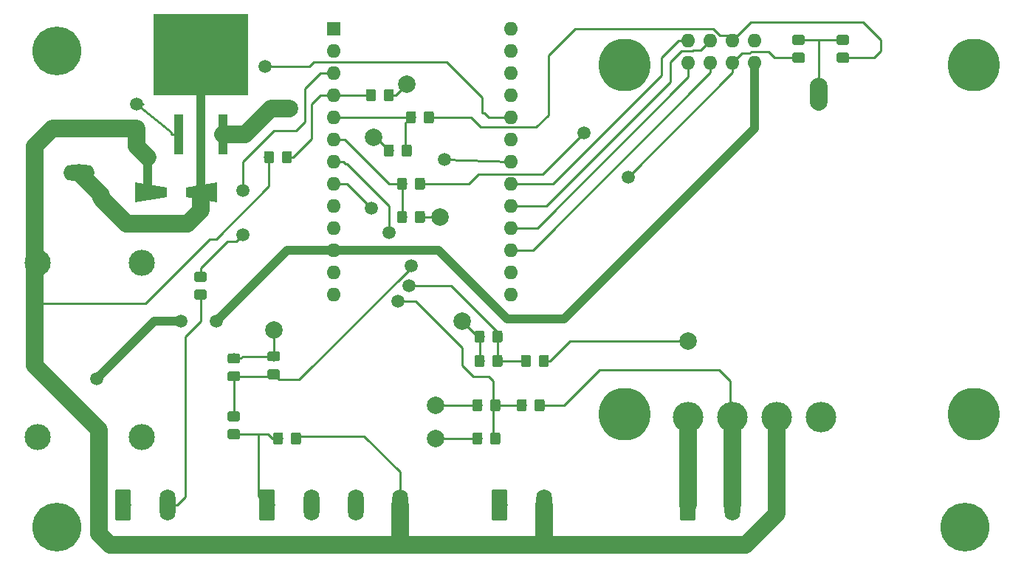
<source format=gbr>
G04 #@! TF.GenerationSoftware,KiCad,Pcbnew,5.0.2+dfsg1-1*
G04 #@! TF.CreationDate,2019-02-11T07:24:08+11:00*
G04 #@! TF.ProjectId,swinggate,7377696e-6767-4617-9465-2e6b69636164,rev?*
G04 #@! TF.SameCoordinates,Original*
G04 #@! TF.FileFunction,Copper,L1,Top*
G04 #@! TF.FilePolarity,Positive*
%FSLAX46Y46*%
G04 Gerber Fmt 4.6, Leading zero omitted, Abs format (unit mm)*
G04 Created by KiCad (PCBNEW 5.0.2+dfsg1-1) date Mon 11 Feb 2019 07:24:08 AEDT*
%MOMM*%
%LPD*%
G01*
G04 APERTURE LIST*
G04 #@! TA.AperFunction,ComponentPad*
%ADD10O,6.000000X6.000000*%
G04 #@! TD*
G04 #@! TA.AperFunction,ComponentPad*
%ADD11O,3.500000X3.500000*%
G04 #@! TD*
G04 #@! TA.AperFunction,ComponentPad*
%ADD12O,1.600000X1.600000*%
G04 #@! TD*
G04 #@! TA.AperFunction,ComponentPad*
%ADD13C,5.600000*%
G04 #@! TD*
G04 #@! TA.AperFunction,Conductor*
%ADD14C,0.100000*%
G04 #@! TD*
G04 #@! TA.AperFunction,SMDPad,CuDef*
%ADD15C,1.150000*%
G04 #@! TD*
G04 #@! TA.AperFunction,SMDPad,CuDef*
%ADD16C,1.676868*%
G04 #@! TD*
G04 #@! TA.AperFunction,ComponentPad*
%ADD17O,1.800000X3.600000*%
G04 #@! TD*
G04 #@! TA.AperFunction,ComponentPad*
%ADD18C,1.800000*%
G04 #@! TD*
G04 #@! TA.AperFunction,ComponentPad*
%ADD19O,3.600000X1.800000*%
G04 #@! TD*
G04 #@! TA.AperFunction,SMDPad,CuDef*
%ADD20R,10.800000X9.400000*%
G04 #@! TD*
G04 #@! TA.AperFunction,SMDPad,CuDef*
%ADD21R,1.100000X4.600000*%
G04 #@! TD*
G04 #@! TA.AperFunction,ComponentPad*
%ADD22O,3.000000X3.000000*%
G04 #@! TD*
G04 #@! TA.AperFunction,ComponentPad*
%ADD23R,1.600000X1.600000*%
G04 #@! TD*
G04 #@! TA.AperFunction,ViaPad*
%ADD24C,2.000000*%
G04 #@! TD*
G04 #@! TA.AperFunction,ViaPad*
%ADD25C,1.500000*%
G04 #@! TD*
G04 #@! TA.AperFunction,Conductor*
%ADD26C,2.000000*%
G04 #@! TD*
G04 #@! TA.AperFunction,Conductor*
%ADD27C,0.250000*%
G04 #@! TD*
G04 #@! TA.AperFunction,Conductor*
%ADD28C,1.000000*%
G04 #@! TD*
G04 APERTURE END LIST*
D10*
G04 #@! TO.P,U3,16*
G04 #@! TO.N,Net-(U3-Pad16)*
X143890001Y-66420001D03*
G04 #@! TO.P,U3,15*
G04 #@! TO.N,Net-(U3-Pad15)*
X183890001Y-66420001D03*
G04 #@! TO.P,U3,14*
G04 #@! TO.N,Net-(U3-Pad14)*
X183890001Y-106420001D03*
G04 #@! TO.P,U3,13*
G04 #@! TO.N,Net-(U3-Pad13)*
X143890001Y-106420001D03*
D11*
G04 #@! TO.P,U3,12*
G04 #@! TO.N,GND*
X166430001Y-106740001D03*
G04 #@! TO.P,U3,11*
G04 #@! TO.N,+12V*
X161350001Y-106740001D03*
G04 #@! TO.P,U3,10*
G04 #@! TO.N,/MR*
X156270001Y-106740001D03*
G04 #@! TO.P,U3,9*
G04 #@! TO.N,/ML*
X151190001Y-106740001D03*
D12*
G04 #@! TO.P,U3,8*
G04 #@! TO.N,GND*
X158810001Y-63560001D03*
G04 #@! TO.P,U3,7*
G04 #@! TO.N,+3V3*
X158810001Y-66100001D03*
G04 #@! TO.P,U3,6*
G04 #@! TO.N,/IM_L*
X156270001Y-63560001D03*
G04 #@! TO.P,U3,5*
G04 #@! TO.N,/IM_R*
X156270001Y-66100001D03*
G04 #@! TO.P,U3,4*
G04 #@! TO.N,/PWM_L*
X153730001Y-63560001D03*
G04 #@! TO.P,U3,3*
G04 #@! TO.N,/PWM_R*
X153730001Y-66100001D03*
G04 #@! TO.P,U3,2*
G04 #@! TO.N,/DRN_L*
X151190001Y-63560001D03*
G04 #@! TO.P,U3,1*
G04 #@! TO.N,/DRN_R*
X151190001Y-66100001D03*
G04 #@! TD*
D13*
G04 #@! TO.P,H1,1*
G04 #@! TO.N,N/C*
X78740000Y-64770000D03*
G04 #@! TD*
G04 #@! TO.P,H2,1*
G04 #@! TO.N,N/C*
X78740000Y-119380000D03*
G04 #@! TD*
G04 #@! TO.P,H3,1*
G04 #@! TO.N,N/C*
X182880000Y-119380000D03*
G04 #@! TD*
D14*
G04 #@! TO.N,GND*
G04 #@! TO.C,C1*
G36*
X117189505Y-75501204D02*
X117213773Y-75504804D01*
X117237572Y-75510765D01*
X117260671Y-75519030D01*
X117282850Y-75529520D01*
X117303893Y-75542132D01*
X117323599Y-75556747D01*
X117341777Y-75573223D01*
X117358253Y-75591401D01*
X117372868Y-75611107D01*
X117385480Y-75632150D01*
X117395970Y-75654329D01*
X117404235Y-75677428D01*
X117410196Y-75701227D01*
X117413796Y-75725495D01*
X117415000Y-75749999D01*
X117415000Y-76650001D01*
X117413796Y-76674505D01*
X117410196Y-76698773D01*
X117404235Y-76722572D01*
X117395970Y-76745671D01*
X117385480Y-76767850D01*
X117372868Y-76788893D01*
X117358253Y-76808599D01*
X117341777Y-76826777D01*
X117323599Y-76843253D01*
X117303893Y-76857868D01*
X117282850Y-76870480D01*
X117260671Y-76880970D01*
X117237572Y-76889235D01*
X117213773Y-76895196D01*
X117189505Y-76898796D01*
X117165001Y-76900000D01*
X116514999Y-76900000D01*
X116490495Y-76898796D01*
X116466227Y-76895196D01*
X116442428Y-76889235D01*
X116419329Y-76880970D01*
X116397150Y-76870480D01*
X116376107Y-76857868D01*
X116356401Y-76843253D01*
X116338223Y-76826777D01*
X116321747Y-76808599D01*
X116307132Y-76788893D01*
X116294520Y-76767850D01*
X116284030Y-76745671D01*
X116275765Y-76722572D01*
X116269804Y-76698773D01*
X116266204Y-76674505D01*
X116265000Y-76650001D01*
X116265000Y-75749999D01*
X116266204Y-75725495D01*
X116269804Y-75701227D01*
X116275765Y-75677428D01*
X116284030Y-75654329D01*
X116294520Y-75632150D01*
X116307132Y-75611107D01*
X116321747Y-75591401D01*
X116338223Y-75573223D01*
X116356401Y-75556747D01*
X116376107Y-75542132D01*
X116397150Y-75529520D01*
X116419329Y-75519030D01*
X116442428Y-75510765D01*
X116466227Y-75504804D01*
X116490495Y-75501204D01*
X116514999Y-75500000D01*
X117165001Y-75500000D01*
X117189505Y-75501204D01*
X117189505Y-75501204D01*
G37*
D15*
G04 #@! TD*
G04 #@! TO.P,C1,2*
G04 #@! TO.N,GND*
X116840000Y-76200000D03*
D14*
G04 #@! TO.N,/IM_FB_L*
G04 #@! TO.C,C1*
G36*
X119239505Y-75501204D02*
X119263773Y-75504804D01*
X119287572Y-75510765D01*
X119310671Y-75519030D01*
X119332850Y-75529520D01*
X119353893Y-75542132D01*
X119373599Y-75556747D01*
X119391777Y-75573223D01*
X119408253Y-75591401D01*
X119422868Y-75611107D01*
X119435480Y-75632150D01*
X119445970Y-75654329D01*
X119454235Y-75677428D01*
X119460196Y-75701227D01*
X119463796Y-75725495D01*
X119465000Y-75749999D01*
X119465000Y-76650001D01*
X119463796Y-76674505D01*
X119460196Y-76698773D01*
X119454235Y-76722572D01*
X119445970Y-76745671D01*
X119435480Y-76767850D01*
X119422868Y-76788893D01*
X119408253Y-76808599D01*
X119391777Y-76826777D01*
X119373599Y-76843253D01*
X119353893Y-76857868D01*
X119332850Y-76870480D01*
X119310671Y-76880970D01*
X119287572Y-76889235D01*
X119263773Y-76895196D01*
X119239505Y-76898796D01*
X119215001Y-76900000D01*
X118564999Y-76900000D01*
X118540495Y-76898796D01*
X118516227Y-76895196D01*
X118492428Y-76889235D01*
X118469329Y-76880970D01*
X118447150Y-76870480D01*
X118426107Y-76857868D01*
X118406401Y-76843253D01*
X118388223Y-76826777D01*
X118371747Y-76808599D01*
X118357132Y-76788893D01*
X118344520Y-76767850D01*
X118334030Y-76745671D01*
X118325765Y-76722572D01*
X118319804Y-76698773D01*
X118316204Y-76674505D01*
X118315000Y-76650001D01*
X118315000Y-75749999D01*
X118316204Y-75725495D01*
X118319804Y-75701227D01*
X118325765Y-75677428D01*
X118334030Y-75654329D01*
X118344520Y-75632150D01*
X118357132Y-75611107D01*
X118371747Y-75591401D01*
X118388223Y-75573223D01*
X118406401Y-75556747D01*
X118426107Y-75542132D01*
X118447150Y-75529520D01*
X118469329Y-75519030D01*
X118492428Y-75510765D01*
X118516227Y-75504804D01*
X118540495Y-75501204D01*
X118564999Y-75500000D01*
X119215001Y-75500000D01*
X119239505Y-75501204D01*
X119239505Y-75501204D01*
G37*
D15*
G04 #@! TD*
G04 #@! TO.P,C1,1*
G04 #@! TO.N,/IM_FB_L*
X118890000Y-76200000D03*
D14*
G04 #@! TO.N,GND*
G04 #@! TO.C,C2*
G36*
X120754505Y-83121204D02*
X120778773Y-83124804D01*
X120802572Y-83130765D01*
X120825671Y-83139030D01*
X120847850Y-83149520D01*
X120868893Y-83162132D01*
X120888599Y-83176747D01*
X120906777Y-83193223D01*
X120923253Y-83211401D01*
X120937868Y-83231107D01*
X120950480Y-83252150D01*
X120960970Y-83274329D01*
X120969235Y-83297428D01*
X120975196Y-83321227D01*
X120978796Y-83345495D01*
X120980000Y-83369999D01*
X120980000Y-84270001D01*
X120978796Y-84294505D01*
X120975196Y-84318773D01*
X120969235Y-84342572D01*
X120960970Y-84365671D01*
X120950480Y-84387850D01*
X120937868Y-84408893D01*
X120923253Y-84428599D01*
X120906777Y-84446777D01*
X120888599Y-84463253D01*
X120868893Y-84477868D01*
X120847850Y-84490480D01*
X120825671Y-84500970D01*
X120802572Y-84509235D01*
X120778773Y-84515196D01*
X120754505Y-84518796D01*
X120730001Y-84520000D01*
X120079999Y-84520000D01*
X120055495Y-84518796D01*
X120031227Y-84515196D01*
X120007428Y-84509235D01*
X119984329Y-84500970D01*
X119962150Y-84490480D01*
X119941107Y-84477868D01*
X119921401Y-84463253D01*
X119903223Y-84446777D01*
X119886747Y-84428599D01*
X119872132Y-84408893D01*
X119859520Y-84387850D01*
X119849030Y-84365671D01*
X119840765Y-84342572D01*
X119834804Y-84318773D01*
X119831204Y-84294505D01*
X119830000Y-84270001D01*
X119830000Y-83369999D01*
X119831204Y-83345495D01*
X119834804Y-83321227D01*
X119840765Y-83297428D01*
X119849030Y-83274329D01*
X119859520Y-83252150D01*
X119872132Y-83231107D01*
X119886747Y-83211401D01*
X119903223Y-83193223D01*
X119921401Y-83176747D01*
X119941107Y-83162132D01*
X119962150Y-83149520D01*
X119984329Y-83139030D01*
X120007428Y-83130765D01*
X120031227Y-83124804D01*
X120055495Y-83121204D01*
X120079999Y-83120000D01*
X120730001Y-83120000D01*
X120754505Y-83121204D01*
X120754505Y-83121204D01*
G37*
D15*
G04 #@! TD*
G04 #@! TO.P,C2,2*
G04 #@! TO.N,GND*
X120405000Y-83820000D03*
D14*
G04 #@! TO.N,/IM_FB_R*
G04 #@! TO.C,C2*
G36*
X118704505Y-83121204D02*
X118728773Y-83124804D01*
X118752572Y-83130765D01*
X118775671Y-83139030D01*
X118797850Y-83149520D01*
X118818893Y-83162132D01*
X118838599Y-83176747D01*
X118856777Y-83193223D01*
X118873253Y-83211401D01*
X118887868Y-83231107D01*
X118900480Y-83252150D01*
X118910970Y-83274329D01*
X118919235Y-83297428D01*
X118925196Y-83321227D01*
X118928796Y-83345495D01*
X118930000Y-83369999D01*
X118930000Y-84270001D01*
X118928796Y-84294505D01*
X118925196Y-84318773D01*
X118919235Y-84342572D01*
X118910970Y-84365671D01*
X118900480Y-84387850D01*
X118887868Y-84408893D01*
X118873253Y-84428599D01*
X118856777Y-84446777D01*
X118838599Y-84463253D01*
X118818893Y-84477868D01*
X118797850Y-84490480D01*
X118775671Y-84500970D01*
X118752572Y-84509235D01*
X118728773Y-84515196D01*
X118704505Y-84518796D01*
X118680001Y-84520000D01*
X118029999Y-84520000D01*
X118005495Y-84518796D01*
X117981227Y-84515196D01*
X117957428Y-84509235D01*
X117934329Y-84500970D01*
X117912150Y-84490480D01*
X117891107Y-84477868D01*
X117871401Y-84463253D01*
X117853223Y-84446777D01*
X117836747Y-84428599D01*
X117822132Y-84408893D01*
X117809520Y-84387850D01*
X117799030Y-84365671D01*
X117790765Y-84342572D01*
X117784804Y-84318773D01*
X117781204Y-84294505D01*
X117780000Y-84270001D01*
X117780000Y-83369999D01*
X117781204Y-83345495D01*
X117784804Y-83321227D01*
X117790765Y-83297428D01*
X117799030Y-83274329D01*
X117809520Y-83252150D01*
X117822132Y-83231107D01*
X117836747Y-83211401D01*
X117853223Y-83193223D01*
X117871401Y-83176747D01*
X117891107Y-83162132D01*
X117912150Y-83149520D01*
X117934329Y-83139030D01*
X117957428Y-83130765D01*
X117981227Y-83124804D01*
X118005495Y-83121204D01*
X118029999Y-83120000D01*
X118680001Y-83120000D01*
X118704505Y-83121204D01*
X118704505Y-83121204D01*
G37*
D15*
G04 #@! TD*
G04 #@! TO.P,C2,1*
G04 #@! TO.N,/IM_FB_R*
X118355000Y-83820000D03*
D14*
G04 #@! TO.N,GND*
G04 #@! TO.C,C3*
G36*
X99534505Y-99466204D02*
X99558773Y-99469804D01*
X99582572Y-99475765D01*
X99605671Y-99484030D01*
X99627850Y-99494520D01*
X99648893Y-99507132D01*
X99668599Y-99521747D01*
X99686777Y-99538223D01*
X99703253Y-99556401D01*
X99717868Y-99576107D01*
X99730480Y-99597150D01*
X99740970Y-99619329D01*
X99749235Y-99642428D01*
X99755196Y-99666227D01*
X99758796Y-99690495D01*
X99760000Y-99714999D01*
X99760000Y-100365001D01*
X99758796Y-100389505D01*
X99755196Y-100413773D01*
X99749235Y-100437572D01*
X99740970Y-100460671D01*
X99730480Y-100482850D01*
X99717868Y-100503893D01*
X99703253Y-100523599D01*
X99686777Y-100541777D01*
X99668599Y-100558253D01*
X99648893Y-100572868D01*
X99627850Y-100585480D01*
X99605671Y-100595970D01*
X99582572Y-100604235D01*
X99558773Y-100610196D01*
X99534505Y-100613796D01*
X99510001Y-100615000D01*
X98609999Y-100615000D01*
X98585495Y-100613796D01*
X98561227Y-100610196D01*
X98537428Y-100604235D01*
X98514329Y-100595970D01*
X98492150Y-100585480D01*
X98471107Y-100572868D01*
X98451401Y-100558253D01*
X98433223Y-100541777D01*
X98416747Y-100523599D01*
X98402132Y-100503893D01*
X98389520Y-100482850D01*
X98379030Y-100460671D01*
X98370765Y-100437572D01*
X98364804Y-100413773D01*
X98361204Y-100389505D01*
X98360000Y-100365001D01*
X98360000Y-99714999D01*
X98361204Y-99690495D01*
X98364804Y-99666227D01*
X98370765Y-99642428D01*
X98379030Y-99619329D01*
X98389520Y-99597150D01*
X98402132Y-99576107D01*
X98416747Y-99556401D01*
X98433223Y-99538223D01*
X98451401Y-99521747D01*
X98471107Y-99507132D01*
X98492150Y-99494520D01*
X98514329Y-99484030D01*
X98537428Y-99475765D01*
X98561227Y-99469804D01*
X98585495Y-99466204D01*
X98609999Y-99465000D01*
X99510001Y-99465000D01*
X99534505Y-99466204D01*
X99534505Y-99466204D01*
G37*
D15*
G04 #@! TD*
G04 #@! TO.P,C3,2*
G04 #@! TO.N,GND*
X99060000Y-100040000D03*
D14*
G04 #@! TO.N,/START_N_FB*
G04 #@! TO.C,C3*
G36*
X99534505Y-101516204D02*
X99558773Y-101519804D01*
X99582572Y-101525765D01*
X99605671Y-101534030D01*
X99627850Y-101544520D01*
X99648893Y-101557132D01*
X99668599Y-101571747D01*
X99686777Y-101588223D01*
X99703253Y-101606401D01*
X99717868Y-101626107D01*
X99730480Y-101647150D01*
X99740970Y-101669329D01*
X99749235Y-101692428D01*
X99755196Y-101716227D01*
X99758796Y-101740495D01*
X99760000Y-101764999D01*
X99760000Y-102415001D01*
X99758796Y-102439505D01*
X99755196Y-102463773D01*
X99749235Y-102487572D01*
X99740970Y-102510671D01*
X99730480Y-102532850D01*
X99717868Y-102553893D01*
X99703253Y-102573599D01*
X99686777Y-102591777D01*
X99668599Y-102608253D01*
X99648893Y-102622868D01*
X99627850Y-102635480D01*
X99605671Y-102645970D01*
X99582572Y-102654235D01*
X99558773Y-102660196D01*
X99534505Y-102663796D01*
X99510001Y-102665000D01*
X98609999Y-102665000D01*
X98585495Y-102663796D01*
X98561227Y-102660196D01*
X98537428Y-102654235D01*
X98514329Y-102645970D01*
X98492150Y-102635480D01*
X98471107Y-102622868D01*
X98451401Y-102608253D01*
X98433223Y-102591777D01*
X98416747Y-102573599D01*
X98402132Y-102553893D01*
X98389520Y-102532850D01*
X98379030Y-102510671D01*
X98370765Y-102487572D01*
X98364804Y-102463773D01*
X98361204Y-102439505D01*
X98360000Y-102415001D01*
X98360000Y-101764999D01*
X98361204Y-101740495D01*
X98364804Y-101716227D01*
X98370765Y-101692428D01*
X98379030Y-101669329D01*
X98389520Y-101647150D01*
X98402132Y-101626107D01*
X98416747Y-101606401D01*
X98433223Y-101588223D01*
X98451401Y-101571747D01*
X98471107Y-101557132D01*
X98492150Y-101544520D01*
X98514329Y-101534030D01*
X98537428Y-101525765D01*
X98561227Y-101519804D01*
X98585495Y-101516204D01*
X98609999Y-101515000D01*
X99510001Y-101515000D01*
X99534505Y-101516204D01*
X99534505Y-101516204D01*
G37*
D15*
G04 #@! TD*
G04 #@! TO.P,C3,1*
G04 #@! TO.N,/START_N_FB*
X99060000Y-102090000D03*
D14*
G04 #@! TO.N,GND*
G04 #@! TO.C,C4*
G36*
X127594505Y-96837204D02*
X127618773Y-96840804D01*
X127642572Y-96846765D01*
X127665671Y-96855030D01*
X127687850Y-96865520D01*
X127708893Y-96878132D01*
X127728599Y-96892747D01*
X127746777Y-96909223D01*
X127763253Y-96927401D01*
X127777868Y-96947107D01*
X127790480Y-96968150D01*
X127800970Y-96990329D01*
X127809235Y-97013428D01*
X127815196Y-97037227D01*
X127818796Y-97061495D01*
X127820000Y-97085999D01*
X127820000Y-97986001D01*
X127818796Y-98010505D01*
X127815196Y-98034773D01*
X127809235Y-98058572D01*
X127800970Y-98081671D01*
X127790480Y-98103850D01*
X127777868Y-98124893D01*
X127763253Y-98144599D01*
X127746777Y-98162777D01*
X127728599Y-98179253D01*
X127708893Y-98193868D01*
X127687850Y-98206480D01*
X127665671Y-98216970D01*
X127642572Y-98225235D01*
X127618773Y-98231196D01*
X127594505Y-98234796D01*
X127570001Y-98236000D01*
X126919999Y-98236000D01*
X126895495Y-98234796D01*
X126871227Y-98231196D01*
X126847428Y-98225235D01*
X126824329Y-98216970D01*
X126802150Y-98206480D01*
X126781107Y-98193868D01*
X126761401Y-98179253D01*
X126743223Y-98162777D01*
X126726747Y-98144599D01*
X126712132Y-98124893D01*
X126699520Y-98103850D01*
X126689030Y-98081671D01*
X126680765Y-98058572D01*
X126674804Y-98034773D01*
X126671204Y-98010505D01*
X126670000Y-97986001D01*
X126670000Y-97085999D01*
X126671204Y-97061495D01*
X126674804Y-97037227D01*
X126680765Y-97013428D01*
X126689030Y-96990329D01*
X126699520Y-96968150D01*
X126712132Y-96947107D01*
X126726747Y-96927401D01*
X126743223Y-96909223D01*
X126761401Y-96892747D01*
X126781107Y-96878132D01*
X126802150Y-96865520D01*
X126824329Y-96855030D01*
X126847428Y-96846765D01*
X126871227Y-96840804D01*
X126895495Y-96837204D01*
X126919999Y-96836000D01*
X127570001Y-96836000D01*
X127594505Y-96837204D01*
X127594505Y-96837204D01*
G37*
D15*
G04 #@! TD*
G04 #@! TO.P,C4,2*
G04 #@! TO.N,GND*
X127245000Y-97536000D03*
D14*
G04 #@! TO.N,/ML_BEMF_FB*
G04 #@! TO.C,C4*
G36*
X129644505Y-96837204D02*
X129668773Y-96840804D01*
X129692572Y-96846765D01*
X129715671Y-96855030D01*
X129737850Y-96865520D01*
X129758893Y-96878132D01*
X129778599Y-96892747D01*
X129796777Y-96909223D01*
X129813253Y-96927401D01*
X129827868Y-96947107D01*
X129840480Y-96968150D01*
X129850970Y-96990329D01*
X129859235Y-97013428D01*
X129865196Y-97037227D01*
X129868796Y-97061495D01*
X129870000Y-97085999D01*
X129870000Y-97986001D01*
X129868796Y-98010505D01*
X129865196Y-98034773D01*
X129859235Y-98058572D01*
X129850970Y-98081671D01*
X129840480Y-98103850D01*
X129827868Y-98124893D01*
X129813253Y-98144599D01*
X129796777Y-98162777D01*
X129778599Y-98179253D01*
X129758893Y-98193868D01*
X129737850Y-98206480D01*
X129715671Y-98216970D01*
X129692572Y-98225235D01*
X129668773Y-98231196D01*
X129644505Y-98234796D01*
X129620001Y-98236000D01*
X128969999Y-98236000D01*
X128945495Y-98234796D01*
X128921227Y-98231196D01*
X128897428Y-98225235D01*
X128874329Y-98216970D01*
X128852150Y-98206480D01*
X128831107Y-98193868D01*
X128811401Y-98179253D01*
X128793223Y-98162777D01*
X128776747Y-98144599D01*
X128762132Y-98124893D01*
X128749520Y-98103850D01*
X128739030Y-98081671D01*
X128730765Y-98058572D01*
X128724804Y-98034773D01*
X128721204Y-98010505D01*
X128720000Y-97986001D01*
X128720000Y-97085999D01*
X128721204Y-97061495D01*
X128724804Y-97037227D01*
X128730765Y-97013428D01*
X128739030Y-96990329D01*
X128749520Y-96968150D01*
X128762132Y-96947107D01*
X128776747Y-96927401D01*
X128793223Y-96909223D01*
X128811401Y-96892747D01*
X128831107Y-96878132D01*
X128852150Y-96865520D01*
X128874329Y-96855030D01*
X128897428Y-96846765D01*
X128921227Y-96840804D01*
X128945495Y-96837204D01*
X128969999Y-96836000D01*
X129620001Y-96836000D01*
X129644505Y-96837204D01*
X129644505Y-96837204D01*
G37*
D15*
G04 #@! TD*
G04 #@! TO.P,C4,1*
G04 #@! TO.N,/ML_BEMF_FB*
X129295000Y-97536000D03*
D14*
G04 #@! TO.N,GND*
G04 #@! TO.C,C5*
G36*
X127349505Y-108521204D02*
X127373773Y-108524804D01*
X127397572Y-108530765D01*
X127420671Y-108539030D01*
X127442850Y-108549520D01*
X127463893Y-108562132D01*
X127483599Y-108576747D01*
X127501777Y-108593223D01*
X127518253Y-108611401D01*
X127532868Y-108631107D01*
X127545480Y-108652150D01*
X127555970Y-108674329D01*
X127564235Y-108697428D01*
X127570196Y-108721227D01*
X127573796Y-108745495D01*
X127575000Y-108769999D01*
X127575000Y-109670001D01*
X127573796Y-109694505D01*
X127570196Y-109718773D01*
X127564235Y-109742572D01*
X127555970Y-109765671D01*
X127545480Y-109787850D01*
X127532868Y-109808893D01*
X127518253Y-109828599D01*
X127501777Y-109846777D01*
X127483599Y-109863253D01*
X127463893Y-109877868D01*
X127442850Y-109890480D01*
X127420671Y-109900970D01*
X127397572Y-109909235D01*
X127373773Y-109915196D01*
X127349505Y-109918796D01*
X127325001Y-109920000D01*
X126674999Y-109920000D01*
X126650495Y-109918796D01*
X126626227Y-109915196D01*
X126602428Y-109909235D01*
X126579329Y-109900970D01*
X126557150Y-109890480D01*
X126536107Y-109877868D01*
X126516401Y-109863253D01*
X126498223Y-109846777D01*
X126481747Y-109828599D01*
X126467132Y-109808893D01*
X126454520Y-109787850D01*
X126444030Y-109765671D01*
X126435765Y-109742572D01*
X126429804Y-109718773D01*
X126426204Y-109694505D01*
X126425000Y-109670001D01*
X126425000Y-108769999D01*
X126426204Y-108745495D01*
X126429804Y-108721227D01*
X126435765Y-108697428D01*
X126444030Y-108674329D01*
X126454520Y-108652150D01*
X126467132Y-108631107D01*
X126481747Y-108611401D01*
X126498223Y-108593223D01*
X126516401Y-108576747D01*
X126536107Y-108562132D01*
X126557150Y-108549520D01*
X126579329Y-108539030D01*
X126602428Y-108530765D01*
X126626227Y-108524804D01*
X126650495Y-108521204D01*
X126674999Y-108520000D01*
X127325001Y-108520000D01*
X127349505Y-108521204D01*
X127349505Y-108521204D01*
G37*
D15*
G04 #@! TD*
G04 #@! TO.P,C5,2*
G04 #@! TO.N,GND*
X127000000Y-109220000D03*
D14*
G04 #@! TO.N,/MR_BEMF_FB*
G04 #@! TO.C,C5*
G36*
X129399505Y-108521204D02*
X129423773Y-108524804D01*
X129447572Y-108530765D01*
X129470671Y-108539030D01*
X129492850Y-108549520D01*
X129513893Y-108562132D01*
X129533599Y-108576747D01*
X129551777Y-108593223D01*
X129568253Y-108611401D01*
X129582868Y-108631107D01*
X129595480Y-108652150D01*
X129605970Y-108674329D01*
X129614235Y-108697428D01*
X129620196Y-108721227D01*
X129623796Y-108745495D01*
X129625000Y-108769999D01*
X129625000Y-109670001D01*
X129623796Y-109694505D01*
X129620196Y-109718773D01*
X129614235Y-109742572D01*
X129605970Y-109765671D01*
X129595480Y-109787850D01*
X129582868Y-109808893D01*
X129568253Y-109828599D01*
X129551777Y-109846777D01*
X129533599Y-109863253D01*
X129513893Y-109877868D01*
X129492850Y-109890480D01*
X129470671Y-109900970D01*
X129447572Y-109909235D01*
X129423773Y-109915196D01*
X129399505Y-109918796D01*
X129375001Y-109920000D01*
X128724999Y-109920000D01*
X128700495Y-109918796D01*
X128676227Y-109915196D01*
X128652428Y-109909235D01*
X128629329Y-109900970D01*
X128607150Y-109890480D01*
X128586107Y-109877868D01*
X128566401Y-109863253D01*
X128548223Y-109846777D01*
X128531747Y-109828599D01*
X128517132Y-109808893D01*
X128504520Y-109787850D01*
X128494030Y-109765671D01*
X128485765Y-109742572D01*
X128479804Y-109718773D01*
X128476204Y-109694505D01*
X128475000Y-109670001D01*
X128475000Y-108769999D01*
X128476204Y-108745495D01*
X128479804Y-108721227D01*
X128485765Y-108697428D01*
X128494030Y-108674329D01*
X128504520Y-108652150D01*
X128517132Y-108631107D01*
X128531747Y-108611401D01*
X128548223Y-108593223D01*
X128566401Y-108576747D01*
X128586107Y-108562132D01*
X128607150Y-108549520D01*
X128629329Y-108539030D01*
X128652428Y-108530765D01*
X128676227Y-108524804D01*
X128700495Y-108521204D01*
X128724999Y-108520000D01*
X129375001Y-108520000D01*
X129399505Y-108521204D01*
X129399505Y-108521204D01*
G37*
D15*
G04 #@! TD*
G04 #@! TO.P,C5,1*
G04 #@! TO.N,/MR_BEMF_FB*
X129050000Y-109220000D03*
D16*
G04 #@! TO.P,D1,2*
G04 #@! TO.N,/UNLOCK_N*
X95356000Y-81026000D03*
D14*
G04 #@! TD*
G04 #@! TO.N,/UNLOCK_N*
G04 #@! TO.C,D1*
G36*
X97156000Y-79876000D02*
X97156000Y-82176000D01*
X93556000Y-81576000D01*
X93556000Y-80476000D01*
X97156000Y-79876000D01*
X97156000Y-79876000D01*
G37*
D16*
G04 #@! TO.P,D1,1*
G04 #@! TO.N,+12V*
X89556000Y-81026000D03*
D14*
G04 #@! TD*
G04 #@! TO.N,+12V*
G04 #@! TO.C,D1*
G36*
X87756000Y-82176000D02*
X87756000Y-79876000D01*
X91356000Y-80476000D01*
X91356000Y-81576000D01*
X87756000Y-82176000D01*
X87756000Y-82176000D01*
G37*
D17*
G04 #@! TO.P,J1,2*
G04 #@! TO.N,+12V*
X134620000Y-116840000D03*
D14*
G04 #@! TD*
G04 #@! TO.N,GND*
G04 #@! TO.C,J1*
G36*
X130214504Y-115041204D02*
X130238773Y-115044804D01*
X130262571Y-115050765D01*
X130285671Y-115059030D01*
X130307849Y-115069520D01*
X130328893Y-115082133D01*
X130348598Y-115096747D01*
X130366777Y-115113223D01*
X130383253Y-115131402D01*
X130397867Y-115151107D01*
X130410480Y-115172151D01*
X130420970Y-115194329D01*
X130429235Y-115217429D01*
X130435196Y-115241227D01*
X130438796Y-115265496D01*
X130440000Y-115290000D01*
X130440000Y-118390000D01*
X130438796Y-118414504D01*
X130435196Y-118438773D01*
X130429235Y-118462571D01*
X130420970Y-118485671D01*
X130410480Y-118507849D01*
X130397867Y-118528893D01*
X130383253Y-118548598D01*
X130366777Y-118566777D01*
X130348598Y-118583253D01*
X130328893Y-118597867D01*
X130307849Y-118610480D01*
X130285671Y-118620970D01*
X130262571Y-118629235D01*
X130238773Y-118635196D01*
X130214504Y-118638796D01*
X130190000Y-118640000D01*
X128890000Y-118640000D01*
X128865496Y-118638796D01*
X128841227Y-118635196D01*
X128817429Y-118629235D01*
X128794329Y-118620970D01*
X128772151Y-118610480D01*
X128751107Y-118597867D01*
X128731402Y-118583253D01*
X128713223Y-118566777D01*
X128696747Y-118548598D01*
X128682133Y-118528893D01*
X128669520Y-118507849D01*
X128659030Y-118485671D01*
X128650765Y-118462571D01*
X128644804Y-118438773D01*
X128641204Y-118414504D01*
X128640000Y-118390000D01*
X128640000Y-115290000D01*
X128641204Y-115265496D01*
X128644804Y-115241227D01*
X128650765Y-115217429D01*
X128659030Y-115194329D01*
X128669520Y-115172151D01*
X128682133Y-115151107D01*
X128696747Y-115131402D01*
X128713223Y-115113223D01*
X128731402Y-115096747D01*
X128751107Y-115082133D01*
X128772151Y-115069520D01*
X128794329Y-115059030D01*
X128817429Y-115050765D01*
X128841227Y-115044804D01*
X128865496Y-115041204D01*
X128890000Y-115040000D01*
X130190000Y-115040000D01*
X130214504Y-115041204D01*
X130214504Y-115041204D01*
G37*
D18*
G04 #@! TO.P,J1,1*
G04 #@! TO.N,GND*
X129540000Y-116840000D03*
G04 #@! TD*
D17*
G04 #@! TO.P,J3,2*
G04 #@! TO.N,Net-(J3-Pad2)*
X91440000Y-116840000D03*
D14*
G04 #@! TD*
G04 #@! TO.N,GND*
G04 #@! TO.C,J3*
G36*
X87034504Y-115041204D02*
X87058773Y-115044804D01*
X87082571Y-115050765D01*
X87105671Y-115059030D01*
X87127849Y-115069520D01*
X87148893Y-115082133D01*
X87168598Y-115096747D01*
X87186777Y-115113223D01*
X87203253Y-115131402D01*
X87217867Y-115151107D01*
X87230480Y-115172151D01*
X87240970Y-115194329D01*
X87249235Y-115217429D01*
X87255196Y-115241227D01*
X87258796Y-115265496D01*
X87260000Y-115290000D01*
X87260000Y-118390000D01*
X87258796Y-118414504D01*
X87255196Y-118438773D01*
X87249235Y-118462571D01*
X87240970Y-118485671D01*
X87230480Y-118507849D01*
X87217867Y-118528893D01*
X87203253Y-118548598D01*
X87186777Y-118566777D01*
X87168598Y-118583253D01*
X87148893Y-118597867D01*
X87127849Y-118610480D01*
X87105671Y-118620970D01*
X87082571Y-118629235D01*
X87058773Y-118635196D01*
X87034504Y-118638796D01*
X87010000Y-118640000D01*
X85710000Y-118640000D01*
X85685496Y-118638796D01*
X85661227Y-118635196D01*
X85637429Y-118629235D01*
X85614329Y-118620970D01*
X85592151Y-118610480D01*
X85571107Y-118597867D01*
X85551402Y-118583253D01*
X85533223Y-118566777D01*
X85516747Y-118548598D01*
X85502133Y-118528893D01*
X85489520Y-118507849D01*
X85479030Y-118485671D01*
X85470765Y-118462571D01*
X85464804Y-118438773D01*
X85461204Y-118414504D01*
X85460000Y-118390000D01*
X85460000Y-115290000D01*
X85461204Y-115265496D01*
X85464804Y-115241227D01*
X85470765Y-115217429D01*
X85479030Y-115194329D01*
X85489520Y-115172151D01*
X85502133Y-115151107D01*
X85516747Y-115131402D01*
X85533223Y-115113223D01*
X85551402Y-115096747D01*
X85571107Y-115082133D01*
X85592151Y-115069520D01*
X85614329Y-115059030D01*
X85637429Y-115050765D01*
X85661227Y-115044804D01*
X85685496Y-115041204D01*
X85710000Y-115040000D01*
X87010000Y-115040000D01*
X87034504Y-115041204D01*
X87034504Y-115041204D01*
G37*
D18*
G04 #@! TO.P,J3,1*
G04 #@! TO.N,GND*
X86360000Y-116840000D03*
G04 #@! TD*
D19*
G04 #@! TO.P,J4,2*
G04 #@! TO.N,/UNLOCK_N*
X81280000Y-78740000D03*
D14*
G04 #@! TD*
G04 #@! TO.N,+12V*
G04 #@! TO.C,J4*
G36*
X82854504Y-72761204D02*
X82878773Y-72764804D01*
X82902571Y-72770765D01*
X82925671Y-72779030D01*
X82947849Y-72789520D01*
X82968893Y-72802133D01*
X82988598Y-72816747D01*
X83006777Y-72833223D01*
X83023253Y-72851402D01*
X83037867Y-72871107D01*
X83050480Y-72892151D01*
X83060970Y-72914329D01*
X83069235Y-72937429D01*
X83075196Y-72961227D01*
X83078796Y-72985496D01*
X83080000Y-73010000D01*
X83080000Y-74310000D01*
X83078796Y-74334504D01*
X83075196Y-74358773D01*
X83069235Y-74382571D01*
X83060970Y-74405671D01*
X83050480Y-74427849D01*
X83037867Y-74448893D01*
X83023253Y-74468598D01*
X83006777Y-74486777D01*
X82988598Y-74503253D01*
X82968893Y-74517867D01*
X82947849Y-74530480D01*
X82925671Y-74540970D01*
X82902571Y-74549235D01*
X82878773Y-74555196D01*
X82854504Y-74558796D01*
X82830000Y-74560000D01*
X79730000Y-74560000D01*
X79705496Y-74558796D01*
X79681227Y-74555196D01*
X79657429Y-74549235D01*
X79634329Y-74540970D01*
X79612151Y-74530480D01*
X79591107Y-74517867D01*
X79571402Y-74503253D01*
X79553223Y-74486777D01*
X79536747Y-74468598D01*
X79522133Y-74448893D01*
X79509520Y-74427849D01*
X79499030Y-74405671D01*
X79490765Y-74382571D01*
X79484804Y-74358773D01*
X79481204Y-74334504D01*
X79480000Y-74310000D01*
X79480000Y-73010000D01*
X79481204Y-72985496D01*
X79484804Y-72961227D01*
X79490765Y-72937429D01*
X79499030Y-72914329D01*
X79509520Y-72892151D01*
X79522133Y-72871107D01*
X79536747Y-72851402D01*
X79553223Y-72833223D01*
X79571402Y-72816747D01*
X79591107Y-72802133D01*
X79612151Y-72789520D01*
X79634329Y-72779030D01*
X79657429Y-72770765D01*
X79681227Y-72764804D01*
X79705496Y-72761204D01*
X79730000Y-72760000D01*
X82830000Y-72760000D01*
X82854504Y-72761204D01*
X82854504Y-72761204D01*
G37*
D18*
G04 #@! TO.P,J4,1*
G04 #@! TO.N,+12V*
X81280000Y-73660000D03*
G04 #@! TD*
D17*
G04 #@! TO.P,J5,2*
G04 #@! TO.N,/MR*
X156210000Y-116840000D03*
D14*
G04 #@! TD*
G04 #@! TO.N,/ML*
G04 #@! TO.C,J5*
G36*
X151804504Y-115041204D02*
X151828773Y-115044804D01*
X151852571Y-115050765D01*
X151875671Y-115059030D01*
X151897849Y-115069520D01*
X151918893Y-115082133D01*
X151938598Y-115096747D01*
X151956777Y-115113223D01*
X151973253Y-115131402D01*
X151987867Y-115151107D01*
X152000480Y-115172151D01*
X152010970Y-115194329D01*
X152019235Y-115217429D01*
X152025196Y-115241227D01*
X152028796Y-115265496D01*
X152030000Y-115290000D01*
X152030000Y-118390000D01*
X152028796Y-118414504D01*
X152025196Y-118438773D01*
X152019235Y-118462571D01*
X152010970Y-118485671D01*
X152000480Y-118507849D01*
X151987867Y-118528893D01*
X151973253Y-118548598D01*
X151956777Y-118566777D01*
X151938598Y-118583253D01*
X151918893Y-118597867D01*
X151897849Y-118610480D01*
X151875671Y-118620970D01*
X151852571Y-118629235D01*
X151828773Y-118635196D01*
X151804504Y-118638796D01*
X151780000Y-118640000D01*
X150480000Y-118640000D01*
X150455496Y-118638796D01*
X150431227Y-118635196D01*
X150407429Y-118629235D01*
X150384329Y-118620970D01*
X150362151Y-118610480D01*
X150341107Y-118597867D01*
X150321402Y-118583253D01*
X150303223Y-118566777D01*
X150286747Y-118548598D01*
X150272133Y-118528893D01*
X150259520Y-118507849D01*
X150249030Y-118485671D01*
X150240765Y-118462571D01*
X150234804Y-118438773D01*
X150231204Y-118414504D01*
X150230000Y-118390000D01*
X150230000Y-115290000D01*
X150231204Y-115265496D01*
X150234804Y-115241227D01*
X150240765Y-115217429D01*
X150249030Y-115194329D01*
X150259520Y-115172151D01*
X150272133Y-115151107D01*
X150286747Y-115131402D01*
X150303223Y-115113223D01*
X150321402Y-115096747D01*
X150341107Y-115082133D01*
X150362151Y-115069520D01*
X150384329Y-115059030D01*
X150407429Y-115050765D01*
X150431227Y-115044804D01*
X150455496Y-115041204D01*
X150480000Y-115040000D01*
X151780000Y-115040000D01*
X151804504Y-115041204D01*
X151804504Y-115041204D01*
G37*
D18*
G04 #@! TO.P,J5,1*
G04 #@! TO.N,/ML*
X151130000Y-116840000D03*
G04 #@! TD*
D20*
G04 #@! TO.P,Q1,2*
G04 #@! TO.N,/UNLOCK_N*
X95250000Y-65205000D03*
D21*
G04 #@! TO.P,Q1,3*
G04 #@! TO.N,GND*
X97790000Y-74355000D03*
G04 #@! TO.P,Q1,2*
G04 #@! TO.N,/UNLOCK_N*
X95250000Y-74355000D03*
G04 #@! TO.P,Q1,1*
G04 #@! TO.N,/UNLOCK*
X92710000Y-74355000D03*
G04 #@! TD*
D14*
G04 #@! TO.N,/BATTV_FB*
G04 #@! TO.C,R3*
G36*
X105505505Y-76263204D02*
X105529773Y-76266804D01*
X105553572Y-76272765D01*
X105576671Y-76281030D01*
X105598850Y-76291520D01*
X105619893Y-76304132D01*
X105639599Y-76318747D01*
X105657777Y-76335223D01*
X105674253Y-76353401D01*
X105688868Y-76373107D01*
X105701480Y-76394150D01*
X105711970Y-76416329D01*
X105720235Y-76439428D01*
X105726196Y-76463227D01*
X105729796Y-76487495D01*
X105731000Y-76511999D01*
X105731000Y-77412001D01*
X105729796Y-77436505D01*
X105726196Y-77460773D01*
X105720235Y-77484572D01*
X105711970Y-77507671D01*
X105701480Y-77529850D01*
X105688868Y-77550893D01*
X105674253Y-77570599D01*
X105657777Y-77588777D01*
X105639599Y-77605253D01*
X105619893Y-77619868D01*
X105598850Y-77632480D01*
X105576671Y-77642970D01*
X105553572Y-77651235D01*
X105529773Y-77657196D01*
X105505505Y-77660796D01*
X105481001Y-77662000D01*
X104830999Y-77662000D01*
X104806495Y-77660796D01*
X104782227Y-77657196D01*
X104758428Y-77651235D01*
X104735329Y-77642970D01*
X104713150Y-77632480D01*
X104692107Y-77619868D01*
X104672401Y-77605253D01*
X104654223Y-77588777D01*
X104637747Y-77570599D01*
X104623132Y-77550893D01*
X104610520Y-77529850D01*
X104600030Y-77507671D01*
X104591765Y-77484572D01*
X104585804Y-77460773D01*
X104582204Y-77436505D01*
X104581000Y-77412001D01*
X104581000Y-76511999D01*
X104582204Y-76487495D01*
X104585804Y-76463227D01*
X104591765Y-76439428D01*
X104600030Y-76416329D01*
X104610520Y-76394150D01*
X104623132Y-76373107D01*
X104637747Y-76353401D01*
X104654223Y-76335223D01*
X104672401Y-76318747D01*
X104692107Y-76304132D01*
X104713150Y-76291520D01*
X104735329Y-76281030D01*
X104758428Y-76272765D01*
X104782227Y-76266804D01*
X104806495Y-76263204D01*
X104830999Y-76262000D01*
X105481001Y-76262000D01*
X105505505Y-76263204D01*
X105505505Y-76263204D01*
G37*
D15*
G04 #@! TD*
G04 #@! TO.P,R3,2*
G04 #@! TO.N,/BATTV_FB*
X105156000Y-76962000D03*
D14*
G04 #@! TO.N,+12V*
G04 #@! TO.C,R3*
G36*
X103455505Y-76263204D02*
X103479773Y-76266804D01*
X103503572Y-76272765D01*
X103526671Y-76281030D01*
X103548850Y-76291520D01*
X103569893Y-76304132D01*
X103589599Y-76318747D01*
X103607777Y-76335223D01*
X103624253Y-76353401D01*
X103638868Y-76373107D01*
X103651480Y-76394150D01*
X103661970Y-76416329D01*
X103670235Y-76439428D01*
X103676196Y-76463227D01*
X103679796Y-76487495D01*
X103681000Y-76511999D01*
X103681000Y-77412001D01*
X103679796Y-77436505D01*
X103676196Y-77460773D01*
X103670235Y-77484572D01*
X103661970Y-77507671D01*
X103651480Y-77529850D01*
X103638868Y-77550893D01*
X103624253Y-77570599D01*
X103607777Y-77588777D01*
X103589599Y-77605253D01*
X103569893Y-77619868D01*
X103548850Y-77632480D01*
X103526671Y-77642970D01*
X103503572Y-77651235D01*
X103479773Y-77657196D01*
X103455505Y-77660796D01*
X103431001Y-77662000D01*
X102780999Y-77662000D01*
X102756495Y-77660796D01*
X102732227Y-77657196D01*
X102708428Y-77651235D01*
X102685329Y-77642970D01*
X102663150Y-77632480D01*
X102642107Y-77619868D01*
X102622401Y-77605253D01*
X102604223Y-77588777D01*
X102587747Y-77570599D01*
X102573132Y-77550893D01*
X102560520Y-77529850D01*
X102550030Y-77507671D01*
X102541765Y-77484572D01*
X102535804Y-77460773D01*
X102532204Y-77436505D01*
X102531000Y-77412001D01*
X102531000Y-76511999D01*
X102532204Y-76487495D01*
X102535804Y-76463227D01*
X102541765Y-76439428D01*
X102550030Y-76416329D01*
X102560520Y-76394150D01*
X102573132Y-76373107D01*
X102587747Y-76353401D01*
X102604223Y-76335223D01*
X102622401Y-76318747D01*
X102642107Y-76304132D01*
X102663150Y-76291520D01*
X102685329Y-76281030D01*
X102708428Y-76272765D01*
X102732227Y-76266804D01*
X102756495Y-76263204D01*
X102780999Y-76262000D01*
X103431001Y-76262000D01*
X103455505Y-76263204D01*
X103455505Y-76263204D01*
G37*
D15*
G04 #@! TD*
G04 #@! TO.P,R3,1*
G04 #@! TO.N,+12V*
X103106000Y-76962000D03*
D14*
G04 #@! TO.N,GND*
G04 #@! TO.C,R4*
G36*
X117189505Y-69151204D02*
X117213773Y-69154804D01*
X117237572Y-69160765D01*
X117260671Y-69169030D01*
X117282850Y-69179520D01*
X117303893Y-69192132D01*
X117323599Y-69206747D01*
X117341777Y-69223223D01*
X117358253Y-69241401D01*
X117372868Y-69261107D01*
X117385480Y-69282150D01*
X117395970Y-69304329D01*
X117404235Y-69327428D01*
X117410196Y-69351227D01*
X117413796Y-69375495D01*
X117415000Y-69399999D01*
X117415000Y-70300001D01*
X117413796Y-70324505D01*
X117410196Y-70348773D01*
X117404235Y-70372572D01*
X117395970Y-70395671D01*
X117385480Y-70417850D01*
X117372868Y-70438893D01*
X117358253Y-70458599D01*
X117341777Y-70476777D01*
X117323599Y-70493253D01*
X117303893Y-70507868D01*
X117282850Y-70520480D01*
X117260671Y-70530970D01*
X117237572Y-70539235D01*
X117213773Y-70545196D01*
X117189505Y-70548796D01*
X117165001Y-70550000D01*
X116514999Y-70550000D01*
X116490495Y-70548796D01*
X116466227Y-70545196D01*
X116442428Y-70539235D01*
X116419329Y-70530970D01*
X116397150Y-70520480D01*
X116376107Y-70507868D01*
X116356401Y-70493253D01*
X116338223Y-70476777D01*
X116321747Y-70458599D01*
X116307132Y-70438893D01*
X116294520Y-70417850D01*
X116284030Y-70395671D01*
X116275765Y-70372572D01*
X116269804Y-70348773D01*
X116266204Y-70324505D01*
X116265000Y-70300001D01*
X116265000Y-69399999D01*
X116266204Y-69375495D01*
X116269804Y-69351227D01*
X116275765Y-69327428D01*
X116284030Y-69304329D01*
X116294520Y-69282150D01*
X116307132Y-69261107D01*
X116321747Y-69241401D01*
X116338223Y-69223223D01*
X116356401Y-69206747D01*
X116376107Y-69192132D01*
X116397150Y-69179520D01*
X116419329Y-69169030D01*
X116442428Y-69160765D01*
X116466227Y-69154804D01*
X116490495Y-69151204D01*
X116514999Y-69150000D01*
X117165001Y-69150000D01*
X117189505Y-69151204D01*
X117189505Y-69151204D01*
G37*
D15*
G04 #@! TD*
G04 #@! TO.P,R4,2*
G04 #@! TO.N,GND*
X116840000Y-69850000D03*
D14*
G04 #@! TO.N,/BATTV_FB*
G04 #@! TO.C,R4*
G36*
X115139505Y-69151204D02*
X115163773Y-69154804D01*
X115187572Y-69160765D01*
X115210671Y-69169030D01*
X115232850Y-69179520D01*
X115253893Y-69192132D01*
X115273599Y-69206747D01*
X115291777Y-69223223D01*
X115308253Y-69241401D01*
X115322868Y-69261107D01*
X115335480Y-69282150D01*
X115345970Y-69304329D01*
X115354235Y-69327428D01*
X115360196Y-69351227D01*
X115363796Y-69375495D01*
X115365000Y-69399999D01*
X115365000Y-70300001D01*
X115363796Y-70324505D01*
X115360196Y-70348773D01*
X115354235Y-70372572D01*
X115345970Y-70395671D01*
X115335480Y-70417850D01*
X115322868Y-70438893D01*
X115308253Y-70458599D01*
X115291777Y-70476777D01*
X115273599Y-70493253D01*
X115253893Y-70507868D01*
X115232850Y-70520480D01*
X115210671Y-70530970D01*
X115187572Y-70539235D01*
X115163773Y-70545196D01*
X115139505Y-70548796D01*
X115115001Y-70550000D01*
X114464999Y-70550000D01*
X114440495Y-70548796D01*
X114416227Y-70545196D01*
X114392428Y-70539235D01*
X114369329Y-70530970D01*
X114347150Y-70520480D01*
X114326107Y-70507868D01*
X114306401Y-70493253D01*
X114288223Y-70476777D01*
X114271747Y-70458599D01*
X114257132Y-70438893D01*
X114244520Y-70417850D01*
X114234030Y-70395671D01*
X114225765Y-70372572D01*
X114219804Y-70348773D01*
X114216204Y-70324505D01*
X114215000Y-70300001D01*
X114215000Y-69399999D01*
X114216204Y-69375495D01*
X114219804Y-69351227D01*
X114225765Y-69327428D01*
X114234030Y-69304329D01*
X114244520Y-69282150D01*
X114257132Y-69261107D01*
X114271747Y-69241401D01*
X114288223Y-69223223D01*
X114306401Y-69206747D01*
X114326107Y-69192132D01*
X114347150Y-69179520D01*
X114369329Y-69169030D01*
X114392428Y-69160765D01*
X114416227Y-69154804D01*
X114440495Y-69151204D01*
X114464999Y-69150000D01*
X115115001Y-69150000D01*
X115139505Y-69151204D01*
X115139505Y-69151204D01*
G37*
D15*
G04 #@! TD*
G04 #@! TO.P,R4,1*
G04 #@! TO.N,/BATTV_FB*
X114790000Y-69850000D03*
D14*
G04 #@! TO.N,Net-(J3-Pad2)*
G04 #@! TO.C,R5*
G36*
X95724505Y-92145204D02*
X95748773Y-92148804D01*
X95772572Y-92154765D01*
X95795671Y-92163030D01*
X95817850Y-92173520D01*
X95838893Y-92186132D01*
X95858599Y-92200747D01*
X95876777Y-92217223D01*
X95893253Y-92235401D01*
X95907868Y-92255107D01*
X95920480Y-92276150D01*
X95930970Y-92298329D01*
X95939235Y-92321428D01*
X95945196Y-92345227D01*
X95948796Y-92369495D01*
X95950000Y-92393999D01*
X95950000Y-93044001D01*
X95948796Y-93068505D01*
X95945196Y-93092773D01*
X95939235Y-93116572D01*
X95930970Y-93139671D01*
X95920480Y-93161850D01*
X95907868Y-93182893D01*
X95893253Y-93202599D01*
X95876777Y-93220777D01*
X95858599Y-93237253D01*
X95838893Y-93251868D01*
X95817850Y-93264480D01*
X95795671Y-93274970D01*
X95772572Y-93283235D01*
X95748773Y-93289196D01*
X95724505Y-93292796D01*
X95700001Y-93294000D01*
X94799999Y-93294000D01*
X94775495Y-93292796D01*
X94751227Y-93289196D01*
X94727428Y-93283235D01*
X94704329Y-93274970D01*
X94682150Y-93264480D01*
X94661107Y-93251868D01*
X94641401Y-93237253D01*
X94623223Y-93220777D01*
X94606747Y-93202599D01*
X94592132Y-93182893D01*
X94579520Y-93161850D01*
X94569030Y-93139671D01*
X94560765Y-93116572D01*
X94554804Y-93092773D01*
X94551204Y-93068505D01*
X94550000Y-93044001D01*
X94550000Y-92393999D01*
X94551204Y-92369495D01*
X94554804Y-92345227D01*
X94560765Y-92321428D01*
X94569030Y-92298329D01*
X94579520Y-92276150D01*
X94592132Y-92255107D01*
X94606747Y-92235401D01*
X94623223Y-92217223D01*
X94641401Y-92200747D01*
X94661107Y-92186132D01*
X94682150Y-92173520D01*
X94704329Y-92163030D01*
X94727428Y-92154765D01*
X94751227Y-92148804D01*
X94775495Y-92145204D01*
X94799999Y-92144000D01*
X95700001Y-92144000D01*
X95724505Y-92145204D01*
X95724505Y-92145204D01*
G37*
D15*
G04 #@! TD*
G04 #@! TO.P,R5,2*
G04 #@! TO.N,Net-(J3-Pad2)*
X95250000Y-92719000D03*
D14*
G04 #@! TO.N,/AUTOCLOSE*
G04 #@! TO.C,R5*
G36*
X95724505Y-90095204D02*
X95748773Y-90098804D01*
X95772572Y-90104765D01*
X95795671Y-90113030D01*
X95817850Y-90123520D01*
X95838893Y-90136132D01*
X95858599Y-90150747D01*
X95876777Y-90167223D01*
X95893253Y-90185401D01*
X95907868Y-90205107D01*
X95920480Y-90226150D01*
X95930970Y-90248329D01*
X95939235Y-90271428D01*
X95945196Y-90295227D01*
X95948796Y-90319495D01*
X95950000Y-90343999D01*
X95950000Y-90994001D01*
X95948796Y-91018505D01*
X95945196Y-91042773D01*
X95939235Y-91066572D01*
X95930970Y-91089671D01*
X95920480Y-91111850D01*
X95907868Y-91132893D01*
X95893253Y-91152599D01*
X95876777Y-91170777D01*
X95858599Y-91187253D01*
X95838893Y-91201868D01*
X95817850Y-91214480D01*
X95795671Y-91224970D01*
X95772572Y-91233235D01*
X95748773Y-91239196D01*
X95724505Y-91242796D01*
X95700001Y-91244000D01*
X94799999Y-91244000D01*
X94775495Y-91242796D01*
X94751227Y-91239196D01*
X94727428Y-91233235D01*
X94704329Y-91224970D01*
X94682150Y-91214480D01*
X94661107Y-91201868D01*
X94641401Y-91187253D01*
X94623223Y-91170777D01*
X94606747Y-91152599D01*
X94592132Y-91132893D01*
X94579520Y-91111850D01*
X94569030Y-91089671D01*
X94560765Y-91066572D01*
X94554804Y-91042773D01*
X94551204Y-91018505D01*
X94550000Y-90994001D01*
X94550000Y-90343999D01*
X94551204Y-90319495D01*
X94554804Y-90295227D01*
X94560765Y-90271428D01*
X94569030Y-90248329D01*
X94579520Y-90226150D01*
X94592132Y-90205107D01*
X94606747Y-90185401D01*
X94623223Y-90167223D01*
X94641401Y-90150747D01*
X94661107Y-90136132D01*
X94682150Y-90123520D01*
X94704329Y-90113030D01*
X94727428Y-90104765D01*
X94751227Y-90098804D01*
X94775495Y-90095204D01*
X94799999Y-90094000D01*
X95700001Y-90094000D01*
X95724505Y-90095204D01*
X95724505Y-90095204D01*
G37*
D15*
G04 #@! TD*
G04 #@! TO.P,R5,1*
G04 #@! TO.N,/AUTOCLOSE*
X95250000Y-90669000D03*
D14*
G04 #@! TO.N,/START_N*
G04 #@! TO.C,R6*
G36*
X104489505Y-108521204D02*
X104513773Y-108524804D01*
X104537572Y-108530765D01*
X104560671Y-108539030D01*
X104582850Y-108549520D01*
X104603893Y-108562132D01*
X104623599Y-108576747D01*
X104641777Y-108593223D01*
X104658253Y-108611401D01*
X104672868Y-108631107D01*
X104685480Y-108652150D01*
X104695970Y-108674329D01*
X104704235Y-108697428D01*
X104710196Y-108721227D01*
X104713796Y-108745495D01*
X104715000Y-108769999D01*
X104715000Y-109670001D01*
X104713796Y-109694505D01*
X104710196Y-109718773D01*
X104704235Y-109742572D01*
X104695970Y-109765671D01*
X104685480Y-109787850D01*
X104672868Y-109808893D01*
X104658253Y-109828599D01*
X104641777Y-109846777D01*
X104623599Y-109863253D01*
X104603893Y-109877868D01*
X104582850Y-109890480D01*
X104560671Y-109900970D01*
X104537572Y-109909235D01*
X104513773Y-109915196D01*
X104489505Y-109918796D01*
X104465001Y-109920000D01*
X103814999Y-109920000D01*
X103790495Y-109918796D01*
X103766227Y-109915196D01*
X103742428Y-109909235D01*
X103719329Y-109900970D01*
X103697150Y-109890480D01*
X103676107Y-109877868D01*
X103656401Y-109863253D01*
X103638223Y-109846777D01*
X103621747Y-109828599D01*
X103607132Y-109808893D01*
X103594520Y-109787850D01*
X103584030Y-109765671D01*
X103575765Y-109742572D01*
X103569804Y-109718773D01*
X103566204Y-109694505D01*
X103565000Y-109670001D01*
X103565000Y-108769999D01*
X103566204Y-108745495D01*
X103569804Y-108721227D01*
X103575765Y-108697428D01*
X103584030Y-108674329D01*
X103594520Y-108652150D01*
X103607132Y-108631107D01*
X103621747Y-108611401D01*
X103638223Y-108593223D01*
X103656401Y-108576747D01*
X103676107Y-108562132D01*
X103697150Y-108549520D01*
X103719329Y-108539030D01*
X103742428Y-108530765D01*
X103766227Y-108524804D01*
X103790495Y-108521204D01*
X103814999Y-108520000D01*
X104465001Y-108520000D01*
X104489505Y-108521204D01*
X104489505Y-108521204D01*
G37*
D15*
G04 #@! TD*
G04 #@! TO.P,R6,2*
G04 #@! TO.N,/START_N*
X104140000Y-109220000D03*
D14*
G04 #@! TO.N,+12V*
G04 #@! TO.C,R6*
G36*
X106539505Y-108521204D02*
X106563773Y-108524804D01*
X106587572Y-108530765D01*
X106610671Y-108539030D01*
X106632850Y-108549520D01*
X106653893Y-108562132D01*
X106673599Y-108576747D01*
X106691777Y-108593223D01*
X106708253Y-108611401D01*
X106722868Y-108631107D01*
X106735480Y-108652150D01*
X106745970Y-108674329D01*
X106754235Y-108697428D01*
X106760196Y-108721227D01*
X106763796Y-108745495D01*
X106765000Y-108769999D01*
X106765000Y-109670001D01*
X106763796Y-109694505D01*
X106760196Y-109718773D01*
X106754235Y-109742572D01*
X106745970Y-109765671D01*
X106735480Y-109787850D01*
X106722868Y-109808893D01*
X106708253Y-109828599D01*
X106691777Y-109846777D01*
X106673599Y-109863253D01*
X106653893Y-109877868D01*
X106632850Y-109890480D01*
X106610671Y-109900970D01*
X106587572Y-109909235D01*
X106563773Y-109915196D01*
X106539505Y-109918796D01*
X106515001Y-109920000D01*
X105864999Y-109920000D01*
X105840495Y-109918796D01*
X105816227Y-109915196D01*
X105792428Y-109909235D01*
X105769329Y-109900970D01*
X105747150Y-109890480D01*
X105726107Y-109877868D01*
X105706401Y-109863253D01*
X105688223Y-109846777D01*
X105671747Y-109828599D01*
X105657132Y-109808893D01*
X105644520Y-109787850D01*
X105634030Y-109765671D01*
X105625765Y-109742572D01*
X105619804Y-109718773D01*
X105616204Y-109694505D01*
X105615000Y-109670001D01*
X105615000Y-108769999D01*
X105616204Y-108745495D01*
X105619804Y-108721227D01*
X105625765Y-108697428D01*
X105634030Y-108674329D01*
X105644520Y-108652150D01*
X105657132Y-108631107D01*
X105671747Y-108611401D01*
X105688223Y-108593223D01*
X105706401Y-108576747D01*
X105726107Y-108562132D01*
X105747150Y-108549520D01*
X105769329Y-108539030D01*
X105792428Y-108530765D01*
X105816227Y-108524804D01*
X105840495Y-108521204D01*
X105864999Y-108520000D01*
X106515001Y-108520000D01*
X106539505Y-108521204D01*
X106539505Y-108521204D01*
G37*
D15*
G04 #@! TD*
G04 #@! TO.P,R6,1*
G04 #@! TO.N,+12V*
X106190000Y-109220000D03*
D14*
G04 #@! TO.N,GND*
G04 #@! TO.C,R7*
G36*
X169384505Y-62926204D02*
X169408773Y-62929804D01*
X169432572Y-62935765D01*
X169455671Y-62944030D01*
X169477850Y-62954520D01*
X169498893Y-62967132D01*
X169518599Y-62981747D01*
X169536777Y-62998223D01*
X169553253Y-63016401D01*
X169567868Y-63036107D01*
X169580480Y-63057150D01*
X169590970Y-63079329D01*
X169599235Y-63102428D01*
X169605196Y-63126227D01*
X169608796Y-63150495D01*
X169610000Y-63174999D01*
X169610000Y-63825001D01*
X169608796Y-63849505D01*
X169605196Y-63873773D01*
X169599235Y-63897572D01*
X169590970Y-63920671D01*
X169580480Y-63942850D01*
X169567868Y-63963893D01*
X169553253Y-63983599D01*
X169536777Y-64001777D01*
X169518599Y-64018253D01*
X169498893Y-64032868D01*
X169477850Y-64045480D01*
X169455671Y-64055970D01*
X169432572Y-64064235D01*
X169408773Y-64070196D01*
X169384505Y-64073796D01*
X169360001Y-64075000D01*
X168459999Y-64075000D01*
X168435495Y-64073796D01*
X168411227Y-64070196D01*
X168387428Y-64064235D01*
X168364329Y-64055970D01*
X168342150Y-64045480D01*
X168321107Y-64032868D01*
X168301401Y-64018253D01*
X168283223Y-64001777D01*
X168266747Y-63983599D01*
X168252132Y-63963893D01*
X168239520Y-63942850D01*
X168229030Y-63920671D01*
X168220765Y-63897572D01*
X168214804Y-63873773D01*
X168211204Y-63849505D01*
X168210000Y-63825001D01*
X168210000Y-63174999D01*
X168211204Y-63150495D01*
X168214804Y-63126227D01*
X168220765Y-63102428D01*
X168229030Y-63079329D01*
X168239520Y-63057150D01*
X168252132Y-63036107D01*
X168266747Y-63016401D01*
X168283223Y-62998223D01*
X168301401Y-62981747D01*
X168321107Y-62967132D01*
X168342150Y-62954520D01*
X168364329Y-62944030D01*
X168387428Y-62935765D01*
X168411227Y-62929804D01*
X168435495Y-62926204D01*
X168459999Y-62925000D01*
X169360001Y-62925000D01*
X169384505Y-62926204D01*
X169384505Y-62926204D01*
G37*
D15*
G04 #@! TD*
G04 #@! TO.P,R7,2*
G04 #@! TO.N,GND*
X168910000Y-63500000D03*
D14*
G04 #@! TO.N,/IM_L*
G04 #@! TO.C,R7*
G36*
X169384505Y-64976204D02*
X169408773Y-64979804D01*
X169432572Y-64985765D01*
X169455671Y-64994030D01*
X169477850Y-65004520D01*
X169498893Y-65017132D01*
X169518599Y-65031747D01*
X169536777Y-65048223D01*
X169553253Y-65066401D01*
X169567868Y-65086107D01*
X169580480Y-65107150D01*
X169590970Y-65129329D01*
X169599235Y-65152428D01*
X169605196Y-65176227D01*
X169608796Y-65200495D01*
X169610000Y-65224999D01*
X169610000Y-65875001D01*
X169608796Y-65899505D01*
X169605196Y-65923773D01*
X169599235Y-65947572D01*
X169590970Y-65970671D01*
X169580480Y-65992850D01*
X169567868Y-66013893D01*
X169553253Y-66033599D01*
X169536777Y-66051777D01*
X169518599Y-66068253D01*
X169498893Y-66082868D01*
X169477850Y-66095480D01*
X169455671Y-66105970D01*
X169432572Y-66114235D01*
X169408773Y-66120196D01*
X169384505Y-66123796D01*
X169360001Y-66125000D01*
X168459999Y-66125000D01*
X168435495Y-66123796D01*
X168411227Y-66120196D01*
X168387428Y-66114235D01*
X168364329Y-66105970D01*
X168342150Y-66095480D01*
X168321107Y-66082868D01*
X168301401Y-66068253D01*
X168283223Y-66051777D01*
X168266747Y-66033599D01*
X168252132Y-66013893D01*
X168239520Y-65992850D01*
X168229030Y-65970671D01*
X168220765Y-65947572D01*
X168214804Y-65923773D01*
X168211204Y-65899505D01*
X168210000Y-65875001D01*
X168210000Y-65224999D01*
X168211204Y-65200495D01*
X168214804Y-65176227D01*
X168220765Y-65152428D01*
X168229030Y-65129329D01*
X168239520Y-65107150D01*
X168252132Y-65086107D01*
X168266747Y-65066401D01*
X168283223Y-65048223D01*
X168301401Y-65031747D01*
X168321107Y-65017132D01*
X168342150Y-65004520D01*
X168364329Y-64994030D01*
X168387428Y-64985765D01*
X168411227Y-64979804D01*
X168435495Y-64976204D01*
X168459999Y-64975000D01*
X169360001Y-64975000D01*
X169384505Y-64976204D01*
X169384505Y-64976204D01*
G37*
D15*
G04 #@! TD*
G04 #@! TO.P,R7,1*
G04 #@! TO.N,/IM_L*
X168910000Y-65550000D03*
D14*
G04 #@! TO.N,GND*
G04 #@! TO.C,R8*
G36*
X164304505Y-62926204D02*
X164328773Y-62929804D01*
X164352572Y-62935765D01*
X164375671Y-62944030D01*
X164397850Y-62954520D01*
X164418893Y-62967132D01*
X164438599Y-62981747D01*
X164456777Y-62998223D01*
X164473253Y-63016401D01*
X164487868Y-63036107D01*
X164500480Y-63057150D01*
X164510970Y-63079329D01*
X164519235Y-63102428D01*
X164525196Y-63126227D01*
X164528796Y-63150495D01*
X164530000Y-63174999D01*
X164530000Y-63825001D01*
X164528796Y-63849505D01*
X164525196Y-63873773D01*
X164519235Y-63897572D01*
X164510970Y-63920671D01*
X164500480Y-63942850D01*
X164487868Y-63963893D01*
X164473253Y-63983599D01*
X164456777Y-64001777D01*
X164438599Y-64018253D01*
X164418893Y-64032868D01*
X164397850Y-64045480D01*
X164375671Y-64055970D01*
X164352572Y-64064235D01*
X164328773Y-64070196D01*
X164304505Y-64073796D01*
X164280001Y-64075000D01*
X163379999Y-64075000D01*
X163355495Y-64073796D01*
X163331227Y-64070196D01*
X163307428Y-64064235D01*
X163284329Y-64055970D01*
X163262150Y-64045480D01*
X163241107Y-64032868D01*
X163221401Y-64018253D01*
X163203223Y-64001777D01*
X163186747Y-63983599D01*
X163172132Y-63963893D01*
X163159520Y-63942850D01*
X163149030Y-63920671D01*
X163140765Y-63897572D01*
X163134804Y-63873773D01*
X163131204Y-63849505D01*
X163130000Y-63825001D01*
X163130000Y-63174999D01*
X163131204Y-63150495D01*
X163134804Y-63126227D01*
X163140765Y-63102428D01*
X163149030Y-63079329D01*
X163159520Y-63057150D01*
X163172132Y-63036107D01*
X163186747Y-63016401D01*
X163203223Y-62998223D01*
X163221401Y-62981747D01*
X163241107Y-62967132D01*
X163262150Y-62954520D01*
X163284329Y-62944030D01*
X163307428Y-62935765D01*
X163331227Y-62929804D01*
X163355495Y-62926204D01*
X163379999Y-62925000D01*
X164280001Y-62925000D01*
X164304505Y-62926204D01*
X164304505Y-62926204D01*
G37*
D15*
G04 #@! TD*
G04 #@! TO.P,R8,2*
G04 #@! TO.N,GND*
X163830000Y-63500000D03*
D14*
G04 #@! TO.N,/IM_R*
G04 #@! TO.C,R8*
G36*
X164304505Y-64976204D02*
X164328773Y-64979804D01*
X164352572Y-64985765D01*
X164375671Y-64994030D01*
X164397850Y-65004520D01*
X164418893Y-65017132D01*
X164438599Y-65031747D01*
X164456777Y-65048223D01*
X164473253Y-65066401D01*
X164487868Y-65086107D01*
X164500480Y-65107150D01*
X164510970Y-65129329D01*
X164519235Y-65152428D01*
X164525196Y-65176227D01*
X164528796Y-65200495D01*
X164530000Y-65224999D01*
X164530000Y-65875001D01*
X164528796Y-65899505D01*
X164525196Y-65923773D01*
X164519235Y-65947572D01*
X164510970Y-65970671D01*
X164500480Y-65992850D01*
X164487868Y-66013893D01*
X164473253Y-66033599D01*
X164456777Y-66051777D01*
X164438599Y-66068253D01*
X164418893Y-66082868D01*
X164397850Y-66095480D01*
X164375671Y-66105970D01*
X164352572Y-66114235D01*
X164328773Y-66120196D01*
X164304505Y-66123796D01*
X164280001Y-66125000D01*
X163379999Y-66125000D01*
X163355495Y-66123796D01*
X163331227Y-66120196D01*
X163307428Y-66114235D01*
X163284329Y-66105970D01*
X163262150Y-66095480D01*
X163241107Y-66082868D01*
X163221401Y-66068253D01*
X163203223Y-66051777D01*
X163186747Y-66033599D01*
X163172132Y-66013893D01*
X163159520Y-65992850D01*
X163149030Y-65970671D01*
X163140765Y-65947572D01*
X163134804Y-65923773D01*
X163131204Y-65899505D01*
X163130000Y-65875001D01*
X163130000Y-65224999D01*
X163131204Y-65200495D01*
X163134804Y-65176227D01*
X163140765Y-65152428D01*
X163149030Y-65129329D01*
X163159520Y-65107150D01*
X163172132Y-65086107D01*
X163186747Y-65066401D01*
X163203223Y-65048223D01*
X163221401Y-65031747D01*
X163241107Y-65017132D01*
X163262150Y-65004520D01*
X163284329Y-64994030D01*
X163307428Y-64985765D01*
X163331227Y-64979804D01*
X163355495Y-64976204D01*
X163379999Y-64975000D01*
X164280001Y-64975000D01*
X164304505Y-64976204D01*
X164304505Y-64976204D01*
G37*
D15*
G04 #@! TD*
G04 #@! TO.P,R8,1*
G04 #@! TO.N,/IM_R*
X163830000Y-65550000D03*
D14*
G04 #@! TO.N,/START_N*
G04 #@! TO.C,R9*
G36*
X99534505Y-108156204D02*
X99558773Y-108159804D01*
X99582572Y-108165765D01*
X99605671Y-108174030D01*
X99627850Y-108184520D01*
X99648893Y-108197132D01*
X99668599Y-108211747D01*
X99686777Y-108228223D01*
X99703253Y-108246401D01*
X99717868Y-108266107D01*
X99730480Y-108287150D01*
X99740970Y-108309329D01*
X99749235Y-108332428D01*
X99755196Y-108356227D01*
X99758796Y-108380495D01*
X99760000Y-108404999D01*
X99760000Y-109055001D01*
X99758796Y-109079505D01*
X99755196Y-109103773D01*
X99749235Y-109127572D01*
X99740970Y-109150671D01*
X99730480Y-109172850D01*
X99717868Y-109193893D01*
X99703253Y-109213599D01*
X99686777Y-109231777D01*
X99668599Y-109248253D01*
X99648893Y-109262868D01*
X99627850Y-109275480D01*
X99605671Y-109285970D01*
X99582572Y-109294235D01*
X99558773Y-109300196D01*
X99534505Y-109303796D01*
X99510001Y-109305000D01*
X98609999Y-109305000D01*
X98585495Y-109303796D01*
X98561227Y-109300196D01*
X98537428Y-109294235D01*
X98514329Y-109285970D01*
X98492150Y-109275480D01*
X98471107Y-109262868D01*
X98451401Y-109248253D01*
X98433223Y-109231777D01*
X98416747Y-109213599D01*
X98402132Y-109193893D01*
X98389520Y-109172850D01*
X98379030Y-109150671D01*
X98370765Y-109127572D01*
X98364804Y-109103773D01*
X98361204Y-109079505D01*
X98360000Y-109055001D01*
X98360000Y-108404999D01*
X98361204Y-108380495D01*
X98364804Y-108356227D01*
X98370765Y-108332428D01*
X98379030Y-108309329D01*
X98389520Y-108287150D01*
X98402132Y-108266107D01*
X98416747Y-108246401D01*
X98433223Y-108228223D01*
X98451401Y-108211747D01*
X98471107Y-108197132D01*
X98492150Y-108184520D01*
X98514329Y-108174030D01*
X98537428Y-108165765D01*
X98561227Y-108159804D01*
X98585495Y-108156204D01*
X98609999Y-108155000D01*
X99510001Y-108155000D01*
X99534505Y-108156204D01*
X99534505Y-108156204D01*
G37*
D15*
G04 #@! TD*
G04 #@! TO.P,R9,2*
G04 #@! TO.N,/START_N*
X99060000Y-108730000D03*
D14*
G04 #@! TO.N,/START_N_FB*
G04 #@! TO.C,R9*
G36*
X99534505Y-106106204D02*
X99558773Y-106109804D01*
X99582572Y-106115765D01*
X99605671Y-106124030D01*
X99627850Y-106134520D01*
X99648893Y-106147132D01*
X99668599Y-106161747D01*
X99686777Y-106178223D01*
X99703253Y-106196401D01*
X99717868Y-106216107D01*
X99730480Y-106237150D01*
X99740970Y-106259329D01*
X99749235Y-106282428D01*
X99755196Y-106306227D01*
X99758796Y-106330495D01*
X99760000Y-106354999D01*
X99760000Y-107005001D01*
X99758796Y-107029505D01*
X99755196Y-107053773D01*
X99749235Y-107077572D01*
X99740970Y-107100671D01*
X99730480Y-107122850D01*
X99717868Y-107143893D01*
X99703253Y-107163599D01*
X99686777Y-107181777D01*
X99668599Y-107198253D01*
X99648893Y-107212868D01*
X99627850Y-107225480D01*
X99605671Y-107235970D01*
X99582572Y-107244235D01*
X99558773Y-107250196D01*
X99534505Y-107253796D01*
X99510001Y-107255000D01*
X98609999Y-107255000D01*
X98585495Y-107253796D01*
X98561227Y-107250196D01*
X98537428Y-107244235D01*
X98514329Y-107235970D01*
X98492150Y-107225480D01*
X98471107Y-107212868D01*
X98451401Y-107198253D01*
X98433223Y-107181777D01*
X98416747Y-107163599D01*
X98402132Y-107143893D01*
X98389520Y-107122850D01*
X98379030Y-107100671D01*
X98370765Y-107077572D01*
X98364804Y-107053773D01*
X98361204Y-107029505D01*
X98360000Y-107005001D01*
X98360000Y-106354999D01*
X98361204Y-106330495D01*
X98364804Y-106306227D01*
X98370765Y-106282428D01*
X98379030Y-106259329D01*
X98389520Y-106237150D01*
X98402132Y-106216107D01*
X98416747Y-106196401D01*
X98433223Y-106178223D01*
X98451401Y-106161747D01*
X98471107Y-106147132D01*
X98492150Y-106134520D01*
X98514329Y-106124030D01*
X98537428Y-106115765D01*
X98561227Y-106109804D01*
X98585495Y-106106204D01*
X98609999Y-106105000D01*
X99510001Y-106105000D01*
X99534505Y-106106204D01*
X99534505Y-106106204D01*
G37*
D15*
G04 #@! TD*
G04 #@! TO.P,R9,1*
G04 #@! TO.N,/START_N_FB*
X99060000Y-106680000D03*
D14*
G04 #@! TO.N,/IM_L*
G04 #@! TO.C,R10*
G36*
X121779505Y-71691204D02*
X121803773Y-71694804D01*
X121827572Y-71700765D01*
X121850671Y-71709030D01*
X121872850Y-71719520D01*
X121893893Y-71732132D01*
X121913599Y-71746747D01*
X121931777Y-71763223D01*
X121948253Y-71781401D01*
X121962868Y-71801107D01*
X121975480Y-71822150D01*
X121985970Y-71844329D01*
X121994235Y-71867428D01*
X122000196Y-71891227D01*
X122003796Y-71915495D01*
X122005000Y-71939999D01*
X122005000Y-72840001D01*
X122003796Y-72864505D01*
X122000196Y-72888773D01*
X121994235Y-72912572D01*
X121985970Y-72935671D01*
X121975480Y-72957850D01*
X121962868Y-72978893D01*
X121948253Y-72998599D01*
X121931777Y-73016777D01*
X121913599Y-73033253D01*
X121893893Y-73047868D01*
X121872850Y-73060480D01*
X121850671Y-73070970D01*
X121827572Y-73079235D01*
X121803773Y-73085196D01*
X121779505Y-73088796D01*
X121755001Y-73090000D01*
X121104999Y-73090000D01*
X121080495Y-73088796D01*
X121056227Y-73085196D01*
X121032428Y-73079235D01*
X121009329Y-73070970D01*
X120987150Y-73060480D01*
X120966107Y-73047868D01*
X120946401Y-73033253D01*
X120928223Y-73016777D01*
X120911747Y-72998599D01*
X120897132Y-72978893D01*
X120884520Y-72957850D01*
X120874030Y-72935671D01*
X120865765Y-72912572D01*
X120859804Y-72888773D01*
X120856204Y-72864505D01*
X120855000Y-72840001D01*
X120855000Y-71939999D01*
X120856204Y-71915495D01*
X120859804Y-71891227D01*
X120865765Y-71867428D01*
X120874030Y-71844329D01*
X120884520Y-71822150D01*
X120897132Y-71801107D01*
X120911747Y-71781401D01*
X120928223Y-71763223D01*
X120946401Y-71746747D01*
X120966107Y-71732132D01*
X120987150Y-71719520D01*
X121009329Y-71709030D01*
X121032428Y-71700765D01*
X121056227Y-71694804D01*
X121080495Y-71691204D01*
X121104999Y-71690000D01*
X121755001Y-71690000D01*
X121779505Y-71691204D01*
X121779505Y-71691204D01*
G37*
D15*
G04 #@! TD*
G04 #@! TO.P,R10,2*
G04 #@! TO.N,/IM_L*
X121430000Y-72390000D03*
D14*
G04 #@! TO.N,/IM_FB_L*
G04 #@! TO.C,R10*
G36*
X119729505Y-71691204D02*
X119753773Y-71694804D01*
X119777572Y-71700765D01*
X119800671Y-71709030D01*
X119822850Y-71719520D01*
X119843893Y-71732132D01*
X119863599Y-71746747D01*
X119881777Y-71763223D01*
X119898253Y-71781401D01*
X119912868Y-71801107D01*
X119925480Y-71822150D01*
X119935970Y-71844329D01*
X119944235Y-71867428D01*
X119950196Y-71891227D01*
X119953796Y-71915495D01*
X119955000Y-71939999D01*
X119955000Y-72840001D01*
X119953796Y-72864505D01*
X119950196Y-72888773D01*
X119944235Y-72912572D01*
X119935970Y-72935671D01*
X119925480Y-72957850D01*
X119912868Y-72978893D01*
X119898253Y-72998599D01*
X119881777Y-73016777D01*
X119863599Y-73033253D01*
X119843893Y-73047868D01*
X119822850Y-73060480D01*
X119800671Y-73070970D01*
X119777572Y-73079235D01*
X119753773Y-73085196D01*
X119729505Y-73088796D01*
X119705001Y-73090000D01*
X119054999Y-73090000D01*
X119030495Y-73088796D01*
X119006227Y-73085196D01*
X118982428Y-73079235D01*
X118959329Y-73070970D01*
X118937150Y-73060480D01*
X118916107Y-73047868D01*
X118896401Y-73033253D01*
X118878223Y-73016777D01*
X118861747Y-72998599D01*
X118847132Y-72978893D01*
X118834520Y-72957850D01*
X118824030Y-72935671D01*
X118815765Y-72912572D01*
X118809804Y-72888773D01*
X118806204Y-72864505D01*
X118805000Y-72840001D01*
X118805000Y-71939999D01*
X118806204Y-71915495D01*
X118809804Y-71891227D01*
X118815765Y-71867428D01*
X118824030Y-71844329D01*
X118834520Y-71822150D01*
X118847132Y-71801107D01*
X118861747Y-71781401D01*
X118878223Y-71763223D01*
X118896401Y-71746747D01*
X118916107Y-71732132D01*
X118937150Y-71719520D01*
X118959329Y-71709030D01*
X118982428Y-71700765D01*
X119006227Y-71694804D01*
X119030495Y-71691204D01*
X119054999Y-71690000D01*
X119705001Y-71690000D01*
X119729505Y-71691204D01*
X119729505Y-71691204D01*
G37*
D15*
G04 #@! TD*
G04 #@! TO.P,R10,1*
G04 #@! TO.N,/IM_FB_L*
X119380000Y-72390000D03*
D14*
G04 #@! TO.N,/IM_R*
G04 #@! TO.C,R11*
G36*
X120754505Y-79311204D02*
X120778773Y-79314804D01*
X120802572Y-79320765D01*
X120825671Y-79329030D01*
X120847850Y-79339520D01*
X120868893Y-79352132D01*
X120888599Y-79366747D01*
X120906777Y-79383223D01*
X120923253Y-79401401D01*
X120937868Y-79421107D01*
X120950480Y-79442150D01*
X120960970Y-79464329D01*
X120969235Y-79487428D01*
X120975196Y-79511227D01*
X120978796Y-79535495D01*
X120980000Y-79559999D01*
X120980000Y-80460001D01*
X120978796Y-80484505D01*
X120975196Y-80508773D01*
X120969235Y-80532572D01*
X120960970Y-80555671D01*
X120950480Y-80577850D01*
X120937868Y-80598893D01*
X120923253Y-80618599D01*
X120906777Y-80636777D01*
X120888599Y-80653253D01*
X120868893Y-80667868D01*
X120847850Y-80680480D01*
X120825671Y-80690970D01*
X120802572Y-80699235D01*
X120778773Y-80705196D01*
X120754505Y-80708796D01*
X120730001Y-80710000D01*
X120079999Y-80710000D01*
X120055495Y-80708796D01*
X120031227Y-80705196D01*
X120007428Y-80699235D01*
X119984329Y-80690970D01*
X119962150Y-80680480D01*
X119941107Y-80667868D01*
X119921401Y-80653253D01*
X119903223Y-80636777D01*
X119886747Y-80618599D01*
X119872132Y-80598893D01*
X119859520Y-80577850D01*
X119849030Y-80555671D01*
X119840765Y-80532572D01*
X119834804Y-80508773D01*
X119831204Y-80484505D01*
X119830000Y-80460001D01*
X119830000Y-79559999D01*
X119831204Y-79535495D01*
X119834804Y-79511227D01*
X119840765Y-79487428D01*
X119849030Y-79464329D01*
X119859520Y-79442150D01*
X119872132Y-79421107D01*
X119886747Y-79401401D01*
X119903223Y-79383223D01*
X119921401Y-79366747D01*
X119941107Y-79352132D01*
X119962150Y-79339520D01*
X119984329Y-79329030D01*
X120007428Y-79320765D01*
X120031227Y-79314804D01*
X120055495Y-79311204D01*
X120079999Y-79310000D01*
X120730001Y-79310000D01*
X120754505Y-79311204D01*
X120754505Y-79311204D01*
G37*
D15*
G04 #@! TD*
G04 #@! TO.P,R11,2*
G04 #@! TO.N,/IM_R*
X120405000Y-80010000D03*
D14*
G04 #@! TO.N,/IM_FB_R*
G04 #@! TO.C,R11*
G36*
X118704505Y-79311204D02*
X118728773Y-79314804D01*
X118752572Y-79320765D01*
X118775671Y-79329030D01*
X118797850Y-79339520D01*
X118818893Y-79352132D01*
X118838599Y-79366747D01*
X118856777Y-79383223D01*
X118873253Y-79401401D01*
X118887868Y-79421107D01*
X118900480Y-79442150D01*
X118910970Y-79464329D01*
X118919235Y-79487428D01*
X118925196Y-79511227D01*
X118928796Y-79535495D01*
X118930000Y-79559999D01*
X118930000Y-80460001D01*
X118928796Y-80484505D01*
X118925196Y-80508773D01*
X118919235Y-80532572D01*
X118910970Y-80555671D01*
X118900480Y-80577850D01*
X118887868Y-80598893D01*
X118873253Y-80618599D01*
X118856777Y-80636777D01*
X118838599Y-80653253D01*
X118818893Y-80667868D01*
X118797850Y-80680480D01*
X118775671Y-80690970D01*
X118752572Y-80699235D01*
X118728773Y-80705196D01*
X118704505Y-80708796D01*
X118680001Y-80710000D01*
X118029999Y-80710000D01*
X118005495Y-80708796D01*
X117981227Y-80705196D01*
X117957428Y-80699235D01*
X117934329Y-80690970D01*
X117912150Y-80680480D01*
X117891107Y-80667868D01*
X117871401Y-80653253D01*
X117853223Y-80636777D01*
X117836747Y-80618599D01*
X117822132Y-80598893D01*
X117809520Y-80577850D01*
X117799030Y-80555671D01*
X117790765Y-80532572D01*
X117784804Y-80508773D01*
X117781204Y-80484505D01*
X117780000Y-80460001D01*
X117780000Y-79559999D01*
X117781204Y-79535495D01*
X117784804Y-79511227D01*
X117790765Y-79487428D01*
X117799030Y-79464329D01*
X117809520Y-79442150D01*
X117822132Y-79421107D01*
X117836747Y-79401401D01*
X117853223Y-79383223D01*
X117871401Y-79366747D01*
X117891107Y-79352132D01*
X117912150Y-79339520D01*
X117934329Y-79329030D01*
X117957428Y-79320765D01*
X117981227Y-79314804D01*
X118005495Y-79311204D01*
X118029999Y-79310000D01*
X118680001Y-79310000D01*
X118704505Y-79311204D01*
X118704505Y-79311204D01*
G37*
D15*
G04 #@! TD*
G04 #@! TO.P,R11,1*
G04 #@! TO.N,/IM_FB_R*
X118355000Y-80010000D03*
D14*
G04 #@! TO.N,GND*
G04 #@! TO.C,R12*
G36*
X104106505Y-99230204D02*
X104130773Y-99233804D01*
X104154572Y-99239765D01*
X104177671Y-99248030D01*
X104199850Y-99258520D01*
X104220893Y-99271132D01*
X104240599Y-99285747D01*
X104258777Y-99302223D01*
X104275253Y-99320401D01*
X104289868Y-99340107D01*
X104302480Y-99361150D01*
X104312970Y-99383329D01*
X104321235Y-99406428D01*
X104327196Y-99430227D01*
X104330796Y-99454495D01*
X104332000Y-99478999D01*
X104332000Y-100129001D01*
X104330796Y-100153505D01*
X104327196Y-100177773D01*
X104321235Y-100201572D01*
X104312970Y-100224671D01*
X104302480Y-100246850D01*
X104289868Y-100267893D01*
X104275253Y-100287599D01*
X104258777Y-100305777D01*
X104240599Y-100322253D01*
X104220893Y-100336868D01*
X104199850Y-100349480D01*
X104177671Y-100359970D01*
X104154572Y-100368235D01*
X104130773Y-100374196D01*
X104106505Y-100377796D01*
X104082001Y-100379000D01*
X103181999Y-100379000D01*
X103157495Y-100377796D01*
X103133227Y-100374196D01*
X103109428Y-100368235D01*
X103086329Y-100359970D01*
X103064150Y-100349480D01*
X103043107Y-100336868D01*
X103023401Y-100322253D01*
X103005223Y-100305777D01*
X102988747Y-100287599D01*
X102974132Y-100267893D01*
X102961520Y-100246850D01*
X102951030Y-100224671D01*
X102942765Y-100201572D01*
X102936804Y-100177773D01*
X102933204Y-100153505D01*
X102932000Y-100129001D01*
X102932000Y-99478999D01*
X102933204Y-99454495D01*
X102936804Y-99430227D01*
X102942765Y-99406428D01*
X102951030Y-99383329D01*
X102961520Y-99361150D01*
X102974132Y-99340107D01*
X102988747Y-99320401D01*
X103005223Y-99302223D01*
X103023401Y-99285747D01*
X103043107Y-99271132D01*
X103064150Y-99258520D01*
X103086329Y-99248030D01*
X103109428Y-99239765D01*
X103133227Y-99233804D01*
X103157495Y-99230204D01*
X103181999Y-99229000D01*
X104082001Y-99229000D01*
X104106505Y-99230204D01*
X104106505Y-99230204D01*
G37*
D15*
G04 #@! TD*
G04 #@! TO.P,R12,2*
G04 #@! TO.N,GND*
X103632000Y-99804000D03*
D14*
G04 #@! TO.N,/START_N_FB*
G04 #@! TO.C,R12*
G36*
X104106505Y-101280204D02*
X104130773Y-101283804D01*
X104154572Y-101289765D01*
X104177671Y-101298030D01*
X104199850Y-101308520D01*
X104220893Y-101321132D01*
X104240599Y-101335747D01*
X104258777Y-101352223D01*
X104275253Y-101370401D01*
X104289868Y-101390107D01*
X104302480Y-101411150D01*
X104312970Y-101433329D01*
X104321235Y-101456428D01*
X104327196Y-101480227D01*
X104330796Y-101504495D01*
X104332000Y-101528999D01*
X104332000Y-102179001D01*
X104330796Y-102203505D01*
X104327196Y-102227773D01*
X104321235Y-102251572D01*
X104312970Y-102274671D01*
X104302480Y-102296850D01*
X104289868Y-102317893D01*
X104275253Y-102337599D01*
X104258777Y-102355777D01*
X104240599Y-102372253D01*
X104220893Y-102386868D01*
X104199850Y-102399480D01*
X104177671Y-102409970D01*
X104154572Y-102418235D01*
X104130773Y-102424196D01*
X104106505Y-102427796D01*
X104082001Y-102429000D01*
X103181999Y-102429000D01*
X103157495Y-102427796D01*
X103133227Y-102424196D01*
X103109428Y-102418235D01*
X103086329Y-102409970D01*
X103064150Y-102399480D01*
X103043107Y-102386868D01*
X103023401Y-102372253D01*
X103005223Y-102355777D01*
X102988747Y-102337599D01*
X102974132Y-102317893D01*
X102961520Y-102296850D01*
X102951030Y-102274671D01*
X102942765Y-102251572D01*
X102936804Y-102227773D01*
X102933204Y-102203505D01*
X102932000Y-102179001D01*
X102932000Y-101528999D01*
X102933204Y-101504495D01*
X102936804Y-101480227D01*
X102942765Y-101456428D01*
X102951030Y-101433329D01*
X102961520Y-101411150D01*
X102974132Y-101390107D01*
X102988747Y-101370401D01*
X103005223Y-101352223D01*
X103023401Y-101335747D01*
X103043107Y-101321132D01*
X103064150Y-101308520D01*
X103086329Y-101298030D01*
X103109428Y-101289765D01*
X103133227Y-101283804D01*
X103157495Y-101280204D01*
X103181999Y-101279000D01*
X104082001Y-101279000D01*
X104106505Y-101280204D01*
X104106505Y-101280204D01*
G37*
D15*
G04 #@! TD*
G04 #@! TO.P,R12,1*
G04 #@! TO.N,/START_N_FB*
X103632000Y-101854000D03*
D14*
G04 #@! TO.N,/ML_BEMF_FB*
G04 #@! TO.C,R13*
G36*
X132919505Y-99631204D02*
X132943773Y-99634804D01*
X132967572Y-99640765D01*
X132990671Y-99649030D01*
X133012850Y-99659520D01*
X133033893Y-99672132D01*
X133053599Y-99686747D01*
X133071777Y-99703223D01*
X133088253Y-99721401D01*
X133102868Y-99741107D01*
X133115480Y-99762150D01*
X133125970Y-99784329D01*
X133134235Y-99807428D01*
X133140196Y-99831227D01*
X133143796Y-99855495D01*
X133145000Y-99879999D01*
X133145000Y-100780001D01*
X133143796Y-100804505D01*
X133140196Y-100828773D01*
X133134235Y-100852572D01*
X133125970Y-100875671D01*
X133115480Y-100897850D01*
X133102868Y-100918893D01*
X133088253Y-100938599D01*
X133071777Y-100956777D01*
X133053599Y-100973253D01*
X133033893Y-100987868D01*
X133012850Y-101000480D01*
X132990671Y-101010970D01*
X132967572Y-101019235D01*
X132943773Y-101025196D01*
X132919505Y-101028796D01*
X132895001Y-101030000D01*
X132244999Y-101030000D01*
X132220495Y-101028796D01*
X132196227Y-101025196D01*
X132172428Y-101019235D01*
X132149329Y-101010970D01*
X132127150Y-101000480D01*
X132106107Y-100987868D01*
X132086401Y-100973253D01*
X132068223Y-100956777D01*
X132051747Y-100938599D01*
X132037132Y-100918893D01*
X132024520Y-100897850D01*
X132014030Y-100875671D01*
X132005765Y-100852572D01*
X131999804Y-100828773D01*
X131996204Y-100804505D01*
X131995000Y-100780001D01*
X131995000Y-99879999D01*
X131996204Y-99855495D01*
X131999804Y-99831227D01*
X132005765Y-99807428D01*
X132014030Y-99784329D01*
X132024520Y-99762150D01*
X132037132Y-99741107D01*
X132051747Y-99721401D01*
X132068223Y-99703223D01*
X132086401Y-99686747D01*
X132106107Y-99672132D01*
X132127150Y-99659520D01*
X132149329Y-99649030D01*
X132172428Y-99640765D01*
X132196227Y-99634804D01*
X132220495Y-99631204D01*
X132244999Y-99630000D01*
X132895001Y-99630000D01*
X132919505Y-99631204D01*
X132919505Y-99631204D01*
G37*
D15*
G04 #@! TD*
G04 #@! TO.P,R13,2*
G04 #@! TO.N,/ML_BEMF_FB*
X132570000Y-100330000D03*
D14*
G04 #@! TO.N,/ML*
G04 #@! TO.C,R13*
G36*
X134969505Y-99631204D02*
X134993773Y-99634804D01*
X135017572Y-99640765D01*
X135040671Y-99649030D01*
X135062850Y-99659520D01*
X135083893Y-99672132D01*
X135103599Y-99686747D01*
X135121777Y-99703223D01*
X135138253Y-99721401D01*
X135152868Y-99741107D01*
X135165480Y-99762150D01*
X135175970Y-99784329D01*
X135184235Y-99807428D01*
X135190196Y-99831227D01*
X135193796Y-99855495D01*
X135195000Y-99879999D01*
X135195000Y-100780001D01*
X135193796Y-100804505D01*
X135190196Y-100828773D01*
X135184235Y-100852572D01*
X135175970Y-100875671D01*
X135165480Y-100897850D01*
X135152868Y-100918893D01*
X135138253Y-100938599D01*
X135121777Y-100956777D01*
X135103599Y-100973253D01*
X135083893Y-100987868D01*
X135062850Y-101000480D01*
X135040671Y-101010970D01*
X135017572Y-101019235D01*
X134993773Y-101025196D01*
X134969505Y-101028796D01*
X134945001Y-101030000D01*
X134294999Y-101030000D01*
X134270495Y-101028796D01*
X134246227Y-101025196D01*
X134222428Y-101019235D01*
X134199329Y-101010970D01*
X134177150Y-101000480D01*
X134156107Y-100987868D01*
X134136401Y-100973253D01*
X134118223Y-100956777D01*
X134101747Y-100938599D01*
X134087132Y-100918893D01*
X134074520Y-100897850D01*
X134064030Y-100875671D01*
X134055765Y-100852572D01*
X134049804Y-100828773D01*
X134046204Y-100804505D01*
X134045000Y-100780001D01*
X134045000Y-99879999D01*
X134046204Y-99855495D01*
X134049804Y-99831227D01*
X134055765Y-99807428D01*
X134064030Y-99784329D01*
X134074520Y-99762150D01*
X134087132Y-99741107D01*
X134101747Y-99721401D01*
X134118223Y-99703223D01*
X134136401Y-99686747D01*
X134156107Y-99672132D01*
X134177150Y-99659520D01*
X134199329Y-99649030D01*
X134222428Y-99640765D01*
X134246227Y-99634804D01*
X134270495Y-99631204D01*
X134294999Y-99630000D01*
X134945001Y-99630000D01*
X134969505Y-99631204D01*
X134969505Y-99631204D01*
G37*
D15*
G04 #@! TD*
G04 #@! TO.P,R13,1*
G04 #@! TO.N,/ML*
X134620000Y-100330000D03*
D14*
G04 #@! TO.N,GND*
G04 #@! TO.C,R14*
G36*
X127594505Y-99631204D02*
X127618773Y-99634804D01*
X127642572Y-99640765D01*
X127665671Y-99649030D01*
X127687850Y-99659520D01*
X127708893Y-99672132D01*
X127728599Y-99686747D01*
X127746777Y-99703223D01*
X127763253Y-99721401D01*
X127777868Y-99741107D01*
X127790480Y-99762150D01*
X127800970Y-99784329D01*
X127809235Y-99807428D01*
X127815196Y-99831227D01*
X127818796Y-99855495D01*
X127820000Y-99879999D01*
X127820000Y-100780001D01*
X127818796Y-100804505D01*
X127815196Y-100828773D01*
X127809235Y-100852572D01*
X127800970Y-100875671D01*
X127790480Y-100897850D01*
X127777868Y-100918893D01*
X127763253Y-100938599D01*
X127746777Y-100956777D01*
X127728599Y-100973253D01*
X127708893Y-100987868D01*
X127687850Y-101000480D01*
X127665671Y-101010970D01*
X127642572Y-101019235D01*
X127618773Y-101025196D01*
X127594505Y-101028796D01*
X127570001Y-101030000D01*
X126919999Y-101030000D01*
X126895495Y-101028796D01*
X126871227Y-101025196D01*
X126847428Y-101019235D01*
X126824329Y-101010970D01*
X126802150Y-101000480D01*
X126781107Y-100987868D01*
X126761401Y-100973253D01*
X126743223Y-100956777D01*
X126726747Y-100938599D01*
X126712132Y-100918893D01*
X126699520Y-100897850D01*
X126689030Y-100875671D01*
X126680765Y-100852572D01*
X126674804Y-100828773D01*
X126671204Y-100804505D01*
X126670000Y-100780001D01*
X126670000Y-99879999D01*
X126671204Y-99855495D01*
X126674804Y-99831227D01*
X126680765Y-99807428D01*
X126689030Y-99784329D01*
X126699520Y-99762150D01*
X126712132Y-99741107D01*
X126726747Y-99721401D01*
X126743223Y-99703223D01*
X126761401Y-99686747D01*
X126781107Y-99672132D01*
X126802150Y-99659520D01*
X126824329Y-99649030D01*
X126847428Y-99640765D01*
X126871227Y-99634804D01*
X126895495Y-99631204D01*
X126919999Y-99630000D01*
X127570001Y-99630000D01*
X127594505Y-99631204D01*
X127594505Y-99631204D01*
G37*
D15*
G04 #@! TD*
G04 #@! TO.P,R14,2*
G04 #@! TO.N,GND*
X127245000Y-100330000D03*
D14*
G04 #@! TO.N,/ML_BEMF_FB*
G04 #@! TO.C,R14*
G36*
X129644505Y-99631204D02*
X129668773Y-99634804D01*
X129692572Y-99640765D01*
X129715671Y-99649030D01*
X129737850Y-99659520D01*
X129758893Y-99672132D01*
X129778599Y-99686747D01*
X129796777Y-99703223D01*
X129813253Y-99721401D01*
X129827868Y-99741107D01*
X129840480Y-99762150D01*
X129850970Y-99784329D01*
X129859235Y-99807428D01*
X129865196Y-99831227D01*
X129868796Y-99855495D01*
X129870000Y-99879999D01*
X129870000Y-100780001D01*
X129868796Y-100804505D01*
X129865196Y-100828773D01*
X129859235Y-100852572D01*
X129850970Y-100875671D01*
X129840480Y-100897850D01*
X129827868Y-100918893D01*
X129813253Y-100938599D01*
X129796777Y-100956777D01*
X129778599Y-100973253D01*
X129758893Y-100987868D01*
X129737850Y-101000480D01*
X129715671Y-101010970D01*
X129692572Y-101019235D01*
X129668773Y-101025196D01*
X129644505Y-101028796D01*
X129620001Y-101030000D01*
X128969999Y-101030000D01*
X128945495Y-101028796D01*
X128921227Y-101025196D01*
X128897428Y-101019235D01*
X128874329Y-101010970D01*
X128852150Y-101000480D01*
X128831107Y-100987868D01*
X128811401Y-100973253D01*
X128793223Y-100956777D01*
X128776747Y-100938599D01*
X128762132Y-100918893D01*
X128749520Y-100897850D01*
X128739030Y-100875671D01*
X128730765Y-100852572D01*
X128724804Y-100828773D01*
X128721204Y-100804505D01*
X128720000Y-100780001D01*
X128720000Y-99879999D01*
X128721204Y-99855495D01*
X128724804Y-99831227D01*
X128730765Y-99807428D01*
X128739030Y-99784329D01*
X128749520Y-99762150D01*
X128762132Y-99741107D01*
X128776747Y-99721401D01*
X128793223Y-99703223D01*
X128811401Y-99686747D01*
X128831107Y-99672132D01*
X128852150Y-99659520D01*
X128874329Y-99649030D01*
X128897428Y-99640765D01*
X128921227Y-99634804D01*
X128945495Y-99631204D01*
X128969999Y-99630000D01*
X129620001Y-99630000D01*
X129644505Y-99631204D01*
X129644505Y-99631204D01*
G37*
D15*
G04 #@! TD*
G04 #@! TO.P,R14,1*
G04 #@! TO.N,/ML_BEMF_FB*
X129295000Y-100330000D03*
D14*
G04 #@! TO.N,/MR_BEMF_FB*
G04 #@! TO.C,R15*
G36*
X132429505Y-104711204D02*
X132453773Y-104714804D01*
X132477572Y-104720765D01*
X132500671Y-104729030D01*
X132522850Y-104739520D01*
X132543893Y-104752132D01*
X132563599Y-104766747D01*
X132581777Y-104783223D01*
X132598253Y-104801401D01*
X132612868Y-104821107D01*
X132625480Y-104842150D01*
X132635970Y-104864329D01*
X132644235Y-104887428D01*
X132650196Y-104911227D01*
X132653796Y-104935495D01*
X132655000Y-104959999D01*
X132655000Y-105860001D01*
X132653796Y-105884505D01*
X132650196Y-105908773D01*
X132644235Y-105932572D01*
X132635970Y-105955671D01*
X132625480Y-105977850D01*
X132612868Y-105998893D01*
X132598253Y-106018599D01*
X132581777Y-106036777D01*
X132563599Y-106053253D01*
X132543893Y-106067868D01*
X132522850Y-106080480D01*
X132500671Y-106090970D01*
X132477572Y-106099235D01*
X132453773Y-106105196D01*
X132429505Y-106108796D01*
X132405001Y-106110000D01*
X131754999Y-106110000D01*
X131730495Y-106108796D01*
X131706227Y-106105196D01*
X131682428Y-106099235D01*
X131659329Y-106090970D01*
X131637150Y-106080480D01*
X131616107Y-106067868D01*
X131596401Y-106053253D01*
X131578223Y-106036777D01*
X131561747Y-106018599D01*
X131547132Y-105998893D01*
X131534520Y-105977850D01*
X131524030Y-105955671D01*
X131515765Y-105932572D01*
X131509804Y-105908773D01*
X131506204Y-105884505D01*
X131505000Y-105860001D01*
X131505000Y-104959999D01*
X131506204Y-104935495D01*
X131509804Y-104911227D01*
X131515765Y-104887428D01*
X131524030Y-104864329D01*
X131534520Y-104842150D01*
X131547132Y-104821107D01*
X131561747Y-104801401D01*
X131578223Y-104783223D01*
X131596401Y-104766747D01*
X131616107Y-104752132D01*
X131637150Y-104739520D01*
X131659329Y-104729030D01*
X131682428Y-104720765D01*
X131706227Y-104714804D01*
X131730495Y-104711204D01*
X131754999Y-104710000D01*
X132405001Y-104710000D01*
X132429505Y-104711204D01*
X132429505Y-104711204D01*
G37*
D15*
G04 #@! TD*
G04 #@! TO.P,R15,2*
G04 #@! TO.N,/MR_BEMF_FB*
X132080000Y-105410000D03*
D14*
G04 #@! TO.N,/MR*
G04 #@! TO.C,R15*
G36*
X134479505Y-104711204D02*
X134503773Y-104714804D01*
X134527572Y-104720765D01*
X134550671Y-104729030D01*
X134572850Y-104739520D01*
X134593893Y-104752132D01*
X134613599Y-104766747D01*
X134631777Y-104783223D01*
X134648253Y-104801401D01*
X134662868Y-104821107D01*
X134675480Y-104842150D01*
X134685970Y-104864329D01*
X134694235Y-104887428D01*
X134700196Y-104911227D01*
X134703796Y-104935495D01*
X134705000Y-104959999D01*
X134705000Y-105860001D01*
X134703796Y-105884505D01*
X134700196Y-105908773D01*
X134694235Y-105932572D01*
X134685970Y-105955671D01*
X134675480Y-105977850D01*
X134662868Y-105998893D01*
X134648253Y-106018599D01*
X134631777Y-106036777D01*
X134613599Y-106053253D01*
X134593893Y-106067868D01*
X134572850Y-106080480D01*
X134550671Y-106090970D01*
X134527572Y-106099235D01*
X134503773Y-106105196D01*
X134479505Y-106108796D01*
X134455001Y-106110000D01*
X133804999Y-106110000D01*
X133780495Y-106108796D01*
X133756227Y-106105196D01*
X133732428Y-106099235D01*
X133709329Y-106090970D01*
X133687150Y-106080480D01*
X133666107Y-106067868D01*
X133646401Y-106053253D01*
X133628223Y-106036777D01*
X133611747Y-106018599D01*
X133597132Y-105998893D01*
X133584520Y-105977850D01*
X133574030Y-105955671D01*
X133565765Y-105932572D01*
X133559804Y-105908773D01*
X133556204Y-105884505D01*
X133555000Y-105860001D01*
X133555000Y-104959999D01*
X133556204Y-104935495D01*
X133559804Y-104911227D01*
X133565765Y-104887428D01*
X133574030Y-104864329D01*
X133584520Y-104842150D01*
X133597132Y-104821107D01*
X133611747Y-104801401D01*
X133628223Y-104783223D01*
X133646401Y-104766747D01*
X133666107Y-104752132D01*
X133687150Y-104739520D01*
X133709329Y-104729030D01*
X133732428Y-104720765D01*
X133756227Y-104714804D01*
X133780495Y-104711204D01*
X133804999Y-104710000D01*
X134455001Y-104710000D01*
X134479505Y-104711204D01*
X134479505Y-104711204D01*
G37*
D15*
G04 #@! TD*
G04 #@! TO.P,R15,1*
G04 #@! TO.N,/MR*
X134130000Y-105410000D03*
D14*
G04 #@! TO.N,GND*
G04 #@! TO.C,R16*
G36*
X127349505Y-104711204D02*
X127373773Y-104714804D01*
X127397572Y-104720765D01*
X127420671Y-104729030D01*
X127442850Y-104739520D01*
X127463893Y-104752132D01*
X127483599Y-104766747D01*
X127501777Y-104783223D01*
X127518253Y-104801401D01*
X127532868Y-104821107D01*
X127545480Y-104842150D01*
X127555970Y-104864329D01*
X127564235Y-104887428D01*
X127570196Y-104911227D01*
X127573796Y-104935495D01*
X127575000Y-104959999D01*
X127575000Y-105860001D01*
X127573796Y-105884505D01*
X127570196Y-105908773D01*
X127564235Y-105932572D01*
X127555970Y-105955671D01*
X127545480Y-105977850D01*
X127532868Y-105998893D01*
X127518253Y-106018599D01*
X127501777Y-106036777D01*
X127483599Y-106053253D01*
X127463893Y-106067868D01*
X127442850Y-106080480D01*
X127420671Y-106090970D01*
X127397572Y-106099235D01*
X127373773Y-106105196D01*
X127349505Y-106108796D01*
X127325001Y-106110000D01*
X126674999Y-106110000D01*
X126650495Y-106108796D01*
X126626227Y-106105196D01*
X126602428Y-106099235D01*
X126579329Y-106090970D01*
X126557150Y-106080480D01*
X126536107Y-106067868D01*
X126516401Y-106053253D01*
X126498223Y-106036777D01*
X126481747Y-106018599D01*
X126467132Y-105998893D01*
X126454520Y-105977850D01*
X126444030Y-105955671D01*
X126435765Y-105932572D01*
X126429804Y-105908773D01*
X126426204Y-105884505D01*
X126425000Y-105860001D01*
X126425000Y-104959999D01*
X126426204Y-104935495D01*
X126429804Y-104911227D01*
X126435765Y-104887428D01*
X126444030Y-104864329D01*
X126454520Y-104842150D01*
X126467132Y-104821107D01*
X126481747Y-104801401D01*
X126498223Y-104783223D01*
X126516401Y-104766747D01*
X126536107Y-104752132D01*
X126557150Y-104739520D01*
X126579329Y-104729030D01*
X126602428Y-104720765D01*
X126626227Y-104714804D01*
X126650495Y-104711204D01*
X126674999Y-104710000D01*
X127325001Y-104710000D01*
X127349505Y-104711204D01*
X127349505Y-104711204D01*
G37*
D15*
G04 #@! TD*
G04 #@! TO.P,R16,2*
G04 #@! TO.N,GND*
X127000000Y-105410000D03*
D14*
G04 #@! TO.N,/MR_BEMF_FB*
G04 #@! TO.C,R16*
G36*
X129399505Y-104711204D02*
X129423773Y-104714804D01*
X129447572Y-104720765D01*
X129470671Y-104729030D01*
X129492850Y-104739520D01*
X129513893Y-104752132D01*
X129533599Y-104766747D01*
X129551777Y-104783223D01*
X129568253Y-104801401D01*
X129582868Y-104821107D01*
X129595480Y-104842150D01*
X129605970Y-104864329D01*
X129614235Y-104887428D01*
X129620196Y-104911227D01*
X129623796Y-104935495D01*
X129625000Y-104959999D01*
X129625000Y-105860001D01*
X129623796Y-105884505D01*
X129620196Y-105908773D01*
X129614235Y-105932572D01*
X129605970Y-105955671D01*
X129595480Y-105977850D01*
X129582868Y-105998893D01*
X129568253Y-106018599D01*
X129551777Y-106036777D01*
X129533599Y-106053253D01*
X129513893Y-106067868D01*
X129492850Y-106080480D01*
X129470671Y-106090970D01*
X129447572Y-106099235D01*
X129423773Y-106105196D01*
X129399505Y-106108796D01*
X129375001Y-106110000D01*
X128724999Y-106110000D01*
X128700495Y-106108796D01*
X128676227Y-106105196D01*
X128652428Y-106099235D01*
X128629329Y-106090970D01*
X128607150Y-106080480D01*
X128586107Y-106067868D01*
X128566401Y-106053253D01*
X128548223Y-106036777D01*
X128531747Y-106018599D01*
X128517132Y-105998893D01*
X128504520Y-105977850D01*
X128494030Y-105955671D01*
X128485765Y-105932572D01*
X128479804Y-105908773D01*
X128476204Y-105884505D01*
X128475000Y-105860001D01*
X128475000Y-104959999D01*
X128476204Y-104935495D01*
X128479804Y-104911227D01*
X128485765Y-104887428D01*
X128494030Y-104864329D01*
X128504520Y-104842150D01*
X128517132Y-104821107D01*
X128531747Y-104801401D01*
X128548223Y-104783223D01*
X128566401Y-104766747D01*
X128586107Y-104752132D01*
X128607150Y-104739520D01*
X128629329Y-104729030D01*
X128652428Y-104720765D01*
X128676227Y-104714804D01*
X128700495Y-104711204D01*
X128724999Y-104710000D01*
X129375001Y-104710000D01*
X129399505Y-104711204D01*
X129399505Y-104711204D01*
G37*
D15*
G04 #@! TD*
G04 #@! TO.P,R16,1*
G04 #@! TO.N,/MR_BEMF_FB*
X129050000Y-105410000D03*
D22*
G04 #@! TO.P,U1,4*
G04 #@! TO.N,GND*
X88550000Y-89060000D03*
G04 #@! TO.P,U1,3*
X88550000Y-109060000D03*
G04 #@! TO.P,U1,2*
G04 #@! TO.N,+3V3*
X76550000Y-109060000D03*
G04 #@! TO.P,U1,1*
G04 #@! TO.N,+12V*
X76550000Y-89060000D03*
G04 #@! TD*
D12*
G04 #@! TO.P,U2,26*
G04 #@! TO.N,Net-(U2-Pad26)*
X130810000Y-62230000D03*
G04 #@! TO.P,U2,25*
G04 #@! TO.N,Net-(U2-Pad25)*
X130810000Y-64770000D03*
G04 #@! TO.P,U2,24*
G04 #@! TO.N,Net-(U2-Pad24)*
X130810000Y-67310000D03*
G04 #@! TO.P,U2,12*
G04 #@! TO.N,Net-(U2-Pad12)*
X110490000Y-90170000D03*
G04 #@! TO.P,U2,23*
G04 #@! TO.N,Net-(U2-Pad23)*
X130810000Y-69850000D03*
G04 #@! TO.P,U2,11*
G04 #@! TO.N,+3V3*
X110490000Y-87630000D03*
G04 #@! TO.P,U2,22*
G04 #@! TO.N,/UNLOCK*
X130810000Y-72390000D03*
G04 #@! TO.P,U2,10*
G04 #@! TO.N,Net-(U2-Pad10)*
X110490000Y-85090000D03*
G04 #@! TO.P,U2,21*
G04 #@! TO.N,Net-(U2-Pad21)*
X130810000Y-74930000D03*
G04 #@! TO.P,U2,9*
G04 #@! TO.N,Net-(U2-Pad9)*
X110490000Y-82550000D03*
G04 #@! TO.P,U2,20*
G04 #@! TO.N,/START_N_FB*
X130810000Y-77470000D03*
G04 #@! TO.P,U2,8*
G04 #@! TO.N,/MR_BEMF_FB*
X110490000Y-80010000D03*
G04 #@! TO.P,U2,19*
G04 #@! TO.N,/DRN_L*
X130810000Y-80010000D03*
G04 #@! TO.P,U2,7*
G04 #@! TO.N,/ML_BEMF_FB*
X110490000Y-77470000D03*
G04 #@! TO.P,U2,18*
G04 #@! TO.N,/PWM_L*
X130810000Y-82550000D03*
G04 #@! TO.P,U2,6*
G04 #@! TO.N,/IM_FB_R*
X110490000Y-74930000D03*
G04 #@! TO.P,U2,17*
G04 #@! TO.N,/DRN_R*
X130810000Y-85090000D03*
G04 #@! TO.P,U2,5*
G04 #@! TO.N,/IM_FB_L*
X110490000Y-72390000D03*
G04 #@! TO.P,U2,16*
G04 #@! TO.N,/PWM_R*
X130810000Y-87630000D03*
G04 #@! TO.P,U2,4*
G04 #@! TO.N,/BATTV_FB*
X110490000Y-69850000D03*
G04 #@! TO.P,U2,15*
G04 #@! TO.N,Net-(U2-Pad15)*
X130810000Y-90170000D03*
G04 #@! TO.P,U2,3*
G04 #@! TO.N,/AUTOCLOSE*
X110490000Y-67310000D03*
G04 #@! TO.P,U2,14*
G04 #@! TO.N,Net-(U2-Pad14)*
X130810000Y-92710000D03*
G04 #@! TO.P,U2,2*
G04 #@! TO.N,Net-(U2-Pad2)*
X110490000Y-64770000D03*
G04 #@! TO.P,U2,13*
G04 #@! TO.N,GND*
X110490000Y-92710000D03*
D23*
G04 #@! TO.P,U2,1*
G04 #@! TO.N,Net-(U2-Pad1)*
X110490000Y-62230000D03*
G04 #@! TD*
D17*
G04 #@! TO.P,J2,4*
G04 #@! TO.N,+12V*
X118110000Y-116840000D03*
G04 #@! TO.P,J2,3*
G04 #@! TO.N,GND*
X113030000Y-116840000D03*
G04 #@! TO.P,J2,2*
X107950000Y-116840000D03*
D14*
G04 #@! TD*
G04 #@! TO.N,/START_N*
G04 #@! TO.C,J2*
G36*
X103544504Y-115041204D02*
X103568773Y-115044804D01*
X103592571Y-115050765D01*
X103615671Y-115059030D01*
X103637849Y-115069520D01*
X103658893Y-115082133D01*
X103678598Y-115096747D01*
X103696777Y-115113223D01*
X103713253Y-115131402D01*
X103727867Y-115151107D01*
X103740480Y-115172151D01*
X103750970Y-115194329D01*
X103759235Y-115217429D01*
X103765196Y-115241227D01*
X103768796Y-115265496D01*
X103770000Y-115290000D01*
X103770000Y-118390000D01*
X103768796Y-118414504D01*
X103765196Y-118438773D01*
X103759235Y-118462571D01*
X103750970Y-118485671D01*
X103740480Y-118507849D01*
X103727867Y-118528893D01*
X103713253Y-118548598D01*
X103696777Y-118566777D01*
X103678598Y-118583253D01*
X103658893Y-118597867D01*
X103637849Y-118610480D01*
X103615671Y-118620970D01*
X103592571Y-118629235D01*
X103568773Y-118635196D01*
X103544504Y-118638796D01*
X103520000Y-118640000D01*
X102220000Y-118640000D01*
X102195496Y-118638796D01*
X102171227Y-118635196D01*
X102147429Y-118629235D01*
X102124329Y-118620970D01*
X102102151Y-118610480D01*
X102081107Y-118597867D01*
X102061402Y-118583253D01*
X102043223Y-118566777D01*
X102026747Y-118548598D01*
X102012133Y-118528893D01*
X101999520Y-118507849D01*
X101989030Y-118485671D01*
X101980765Y-118462571D01*
X101974804Y-118438773D01*
X101971204Y-118414504D01*
X101970000Y-118390000D01*
X101970000Y-115290000D01*
X101971204Y-115265496D01*
X101974804Y-115241227D01*
X101980765Y-115217429D01*
X101989030Y-115194329D01*
X101999520Y-115172151D01*
X102012133Y-115151107D01*
X102026747Y-115131402D01*
X102043223Y-115113223D01*
X102061402Y-115096747D01*
X102081107Y-115082133D01*
X102102151Y-115069520D01*
X102124329Y-115059030D01*
X102147429Y-115050765D01*
X102171227Y-115044804D01*
X102195496Y-115041204D01*
X102220000Y-115040000D01*
X103520000Y-115040000D01*
X103544504Y-115041204D01*
X103544504Y-115041204D01*
G37*
D18*
G04 #@! TO.P,J2,1*
G04 #@! TO.N,/START_N*
X102870000Y-116840000D03*
G04 #@! TD*
D24*
G04 #@! TO.N,GND*
X105410000Y-71374000D03*
X103321000Y-71374000D03*
X102051000Y-72644000D03*
X100781000Y-73914000D03*
X166116000Y-70612000D03*
X166116000Y-68834000D03*
X118872000Y-68580000D03*
X115062000Y-74676000D03*
X122682000Y-83820000D03*
X103632000Y-96774000D03*
X122174000Y-109220000D03*
X122174000Y-105410000D03*
X125222000Y-95758000D03*
D25*
G04 #@! TO.N,/START_N_FB*
X119380000Y-89408000D03*
X123190000Y-77216000D03*
G04 #@! TO.N,/ML_BEMF_FB*
X119126000Y-91694000D03*
X116840000Y-85598000D03*
G04 #@! TO.N,/MR_BEMF_FB*
X117856000Y-93472000D03*
X114808000Y-82804000D03*
D24*
G04 #@! TO.N,/ML*
X151130000Y-98044000D03*
D25*
G04 #@! TO.N,/UNLOCK*
X87884000Y-70866000D03*
X102616000Y-66548000D03*
G04 #@! TO.N,/AUTOCLOSE*
X100076000Y-80772000D03*
X100076000Y-85852000D03*
G04 #@! TO.N,/IM_R*
X144272000Y-79248000D03*
X139192000Y-74168000D03*
G04 #@! TO.N,+3V3*
X83312000Y-102362000D03*
X92964000Y-95758000D03*
X97028000Y-95758000D03*
G04 #@! TD*
D26*
G04 #@! TO.N,GND*
X100340000Y-74355000D02*
X100781000Y-73914000D01*
X97790000Y-74355000D02*
X100340000Y-74355000D01*
X103321000Y-71374000D02*
X105410000Y-71374000D01*
X102051000Y-72644000D02*
X103321000Y-71374000D01*
X100781000Y-73914000D02*
X102051000Y-72644000D01*
D27*
X126746000Y-97790000D02*
X127000000Y-97536000D01*
X166116000Y-63500000D02*
X166116000Y-68834000D01*
X166116000Y-63500000D02*
X168910000Y-63500000D01*
X163830000Y-63500000D02*
X166116000Y-63500000D01*
D26*
X166116000Y-68834000D02*
X166116000Y-70612000D01*
D27*
X116840000Y-69850000D02*
X117602000Y-69850000D01*
X117602000Y-69850000D02*
X118872000Y-68580000D01*
X116840000Y-76200000D02*
X115316000Y-74676000D01*
X115316000Y-74676000D02*
X115062000Y-74676000D01*
X120405000Y-83820000D02*
X122682000Y-83820000D01*
X99860000Y-100040000D02*
X100078000Y-99822000D01*
X99060000Y-100040000D02*
X99860000Y-100040000D01*
X100078000Y-99822000D02*
X103632000Y-99822000D01*
X103632000Y-99822000D02*
X103632000Y-96774000D01*
X127000000Y-109220000D02*
X122174000Y-109220000D01*
X127000000Y-105410000D02*
X122174000Y-105410000D01*
X127245000Y-100330000D02*
X127245000Y-97781000D01*
X127245000Y-97781000D02*
X127000000Y-97536000D01*
X127000000Y-97536000D02*
X125222000Y-95758000D01*
G04 #@! TO.N,/IM_FB_L*
X110490000Y-72390000D02*
X119380000Y-72390000D01*
X118756628Y-73013372D02*
X118756628Y-76084628D01*
X119380000Y-72390000D02*
X118756628Y-73013372D01*
G04 #@! TO.N,/IM_FB_R*
X118355000Y-80010000D02*
X116840000Y-80010000D01*
X116840000Y-80010000D02*
X111760000Y-74930000D01*
X111760000Y-74930000D02*
X110490000Y-74930000D01*
X118355000Y-83820000D02*
X118355000Y-80273000D01*
G04 #@! TO.N,/START_N_FB*
X99060000Y-102090000D02*
X103396000Y-102090000D01*
X103396000Y-102090000D02*
X103632000Y-101854000D01*
X99060000Y-102090000D02*
X99060000Y-106680000D01*
X130810000Y-77470000D02*
X123190000Y-77216000D01*
X123444000Y-77470000D02*
X123190000Y-77216000D01*
X106564628Y-102477372D02*
X119380000Y-89662000D01*
X104255372Y-102477372D02*
X106564628Y-102477372D01*
X103632000Y-101854000D02*
X104255372Y-102477372D01*
X123190000Y-77216000D02*
X123444000Y-77470000D01*
G04 #@! TO.N,/ML_BEMF_FB*
X132570000Y-100330000D02*
X129286000Y-100330000D01*
X129286000Y-100330000D02*
X129286000Y-97790000D01*
X129286000Y-97790000D02*
X129540000Y-97536000D01*
X111621370Y-77470000D02*
X111875370Y-77724000D01*
X110490000Y-77470000D02*
X111621370Y-77470000D01*
X111875370Y-77724000D02*
X112014000Y-77724000D01*
X112014000Y-77724000D02*
X116840000Y-82550000D01*
X116840000Y-82550000D02*
X116840000Y-85598000D01*
X119380000Y-91694000D02*
X123952000Y-91694000D01*
X123952000Y-91694000D02*
X129286000Y-97028000D01*
X129286000Y-97028000D02*
X129286000Y-97536000D01*
X116840000Y-85598000D02*
X116840000Y-85598000D01*
G04 #@! TO.N,/MR_BEMF_FB*
X132080000Y-105410000D02*
X128778000Y-105410000D01*
X128778000Y-105410000D02*
X128778000Y-109220000D01*
X128778000Y-109220000D02*
X129032000Y-109474000D01*
X110490000Y-80010000D02*
X111621370Y-80010000D01*
X125222000Y-99314000D02*
X125222000Y-100838000D01*
X128778000Y-104902000D02*
X129286000Y-105410000D01*
X125222000Y-100838000D02*
X126492000Y-102108000D01*
X128778000Y-102616000D02*
X128778000Y-104902000D01*
X126492000Y-102108000D02*
X128270000Y-102108000D01*
X128270000Y-102108000D02*
X128778000Y-102616000D01*
X125222000Y-99314000D02*
X125222000Y-98806000D01*
X125222000Y-98806000D02*
X119888000Y-93472000D01*
X119888000Y-93472000D02*
X117856000Y-93472000D01*
X111621370Y-80010000D02*
X112014000Y-80010000D01*
X112014000Y-80010000D02*
X114808000Y-82804000D01*
D26*
G04 #@! TO.N,+12V*
X76200000Y-93726000D02*
X76200000Y-100838000D01*
X84836000Y-121412000D02*
X118110000Y-121412000D01*
X83566000Y-120142000D02*
X84836000Y-121412000D01*
X83566000Y-108204000D02*
X83566000Y-120142000D01*
X76200000Y-100838000D02*
X83566000Y-108204000D01*
X157734000Y-121412000D02*
X161290000Y-117856000D01*
X161290000Y-117856000D02*
X161290000Y-106934000D01*
D28*
X89154000Y-76962000D02*
X89154000Y-80772000D01*
D27*
X88900000Y-93726000D02*
X76200000Y-93726000D01*
D26*
X118110000Y-116840000D02*
X118110000Y-121412000D01*
D27*
X118110000Y-113040000D02*
X114036000Y-108966000D01*
X118110000Y-116840000D02*
X118110000Y-113040000D01*
X114036000Y-108966000D02*
X106426000Y-108966000D01*
X106426000Y-108966000D02*
X106172000Y-109220000D01*
D26*
X134620000Y-116840000D02*
X134620000Y-121412000D01*
X118110000Y-121412000D02*
X134620000Y-121412000D01*
X134620000Y-121412000D02*
X157734000Y-121412000D01*
D27*
X96266000Y-86360000D02*
X91948000Y-90678000D01*
X97028000Y-86360000D02*
X96266000Y-86360000D01*
X103106000Y-80282000D02*
X97028000Y-86360000D01*
X103106000Y-76962000D02*
X103106000Y-80282000D01*
X92202000Y-90424000D02*
X91948000Y-90678000D01*
X91948000Y-90678000D02*
X88900000Y-93726000D01*
D26*
X87884000Y-75692000D02*
X89154000Y-76962000D01*
X87884000Y-73660000D02*
X87884000Y-75692000D01*
X78232000Y-73660000D02*
X87884000Y-73660000D01*
X76200000Y-93726000D02*
X76200000Y-75692000D01*
X76200000Y-75692000D02*
X78232000Y-73660000D01*
D28*
G04 #@! TO.N,/UNLOCK_N*
X95250000Y-65205000D02*
X95250000Y-81026000D01*
D26*
X83820000Y-81640000D02*
X86762000Y-84582000D01*
X86762000Y-84582000D02*
X93726000Y-84582000D01*
X93726000Y-84582000D02*
X95250000Y-83058000D01*
X95250000Y-83058000D02*
X95250000Y-81026000D01*
X83820000Y-81640000D02*
X83820000Y-81280000D01*
X83820000Y-81280000D02*
X81280000Y-78740000D01*
D27*
G04 #@! TO.N,/START_N*
X103465000Y-109220000D02*
X102957000Y-108712000D01*
X104140000Y-109220000D02*
X103465000Y-109220000D01*
X101899290Y-108757290D02*
X101854000Y-108712000D01*
X101899290Y-115869290D02*
X101899290Y-108757290D01*
X102870000Y-116840000D02*
X101899290Y-115869290D01*
X102957000Y-108712000D02*
X101854000Y-108712000D01*
X101854000Y-108712000D02*
X99060000Y-108712000D01*
G04 #@! TO.N,Net-(J3-Pad2)*
X92590000Y-116840000D02*
X93472000Y-115958000D01*
X91440000Y-116840000D02*
X92590000Y-116840000D01*
X93472000Y-115958000D02*
X93472000Y-97536000D01*
X93472000Y-97536000D02*
X95250000Y-95758000D01*
X95250000Y-95758000D02*
X95250000Y-92964000D01*
D26*
G04 #@! TO.N,/MR*
X156210000Y-116840000D02*
X156210000Y-106680000D01*
D27*
X134130000Y-105410000D02*
X136906000Y-105410000D01*
X136906000Y-105410000D02*
X140970000Y-101346000D01*
X140970000Y-101346000D02*
X154686000Y-101346000D01*
X154686000Y-101346000D02*
X155956000Y-102616000D01*
X155956000Y-102616000D02*
X155956000Y-106426000D01*
D26*
X155956000Y-106426000D02*
X156210000Y-106680000D01*
G04 #@! TO.N,/ML*
X151130000Y-116840000D02*
X151130000Y-106680000D01*
D27*
X135295000Y-100330000D02*
X137581000Y-98044000D01*
X134620000Y-100330000D02*
X135295000Y-100330000D01*
X137581000Y-98044000D02*
X151130000Y-98044000D01*
G04 #@! TO.N,/UNLOCK*
X92710000Y-74355000D02*
X91910000Y-74355000D01*
X91910000Y-74355000D02*
X91910000Y-74130000D01*
X91910000Y-74130000D02*
X87884000Y-70866000D01*
X88646000Y-70866000D02*
X87884000Y-70866000D01*
X128270000Y-72390000D02*
X130810000Y-72390000D01*
X107696000Y-66548000D02*
X108204000Y-66040000D01*
X102616000Y-66548000D02*
X107696000Y-66548000D01*
X127762000Y-71882000D02*
X128270000Y-72390000D01*
X108204000Y-66040000D02*
X123444000Y-66040000D01*
X123444000Y-66040000D02*
X127508000Y-70104000D01*
X127508000Y-71882000D02*
X127762000Y-71882000D01*
X127508000Y-70104000D02*
X127508000Y-71882000D01*
X87884000Y-70866000D02*
X88646000Y-70866000D01*
G04 #@! TO.N,/BATTV_FB*
X105831000Y-76962000D02*
X107950000Y-74843000D01*
X105156000Y-76962000D02*
X105831000Y-76962000D01*
X107950000Y-74843000D02*
X107950000Y-70866000D01*
X107950000Y-70866000D02*
X108966000Y-69850000D01*
X108966000Y-69850000D02*
X115062000Y-69850000D01*
G04 #@! TO.N,/AUTOCLOSE*
X95250000Y-90669000D02*
X95250000Y-89916000D01*
X100076000Y-80772000D02*
X100076000Y-77470000D01*
X100076000Y-77470000D02*
X103632000Y-73914000D01*
X103632000Y-73914000D02*
X106172000Y-73914000D01*
X106172000Y-73914000D02*
X107188000Y-72898000D01*
X107188000Y-72898000D02*
X107188000Y-69088000D01*
X107188000Y-69088000D02*
X108966000Y-67310000D01*
X108966000Y-67310000D02*
X110490000Y-67310000D01*
X99326001Y-86601999D02*
X98310001Y-86601999D01*
X100076000Y-85852000D02*
X99326001Y-86601999D01*
X95250000Y-89662000D02*
X95250000Y-89916000D01*
X98310001Y-86601999D02*
X95250000Y-89662000D01*
G04 #@! TO.N,/IM_L*
X154827002Y-62992000D02*
X154065002Y-62230000D01*
X156270001Y-63560001D02*
X155702000Y-62992000D01*
X155702000Y-62992000D02*
X154827002Y-62992000D01*
X154065002Y-62230000D02*
X138176000Y-62230000D01*
X138176000Y-62230000D02*
X135128000Y-65278000D01*
X135128000Y-65278000D02*
X135128000Y-72136000D01*
X135128000Y-72136000D02*
X133748999Y-73515001D01*
X133748999Y-73515001D02*
X127398999Y-73515001D01*
X127398999Y-73515001D02*
X126273998Y-72390000D01*
X126273998Y-72390000D02*
X121412000Y-72390000D01*
X158362002Y-61468000D02*
X157480000Y-62350002D01*
X171196000Y-61468000D02*
X158362002Y-61468000D01*
X156270001Y-63560001D02*
X157480000Y-62350002D01*
X157480000Y-62350002D02*
X157600002Y-62230000D01*
X173228000Y-64770000D02*
X173228000Y-63500000D01*
X172466000Y-65532000D02*
X173228000Y-64770000D01*
X168910000Y-65532000D02*
X172466000Y-65532000D01*
X173228000Y-63500000D02*
X171196000Y-61468000D01*
G04 #@! TO.N,/IM_R*
X156270001Y-66100001D02*
X157346002Y-65024000D01*
X158380998Y-64885002D02*
X160389002Y-64885002D01*
X157346002Y-65024000D02*
X158242000Y-65024000D01*
X158242000Y-65024000D02*
X158380998Y-64885002D01*
X160389002Y-64885002D02*
X161036000Y-65532000D01*
X161036000Y-65532000D02*
X163830000Y-65532000D01*
X156270001Y-66100001D02*
X156270001Y-67249999D01*
X156270001Y-67249999D02*
X144272000Y-79248000D01*
X134475001Y-78884999D02*
X127109001Y-78884999D01*
X139192000Y-74168000D02*
X134475001Y-78884999D01*
X127109001Y-78884999D02*
X125984000Y-80010000D01*
X125984000Y-80010000D02*
X120396000Y-80010000D01*
X144272000Y-79248000D02*
X144272000Y-79248000D01*
D28*
G04 #@! TO.N,+3V3*
X83312000Y-102362000D02*
X89916000Y-95758000D01*
X89916000Y-95758000D02*
X92964000Y-95758000D01*
X97028000Y-95758000D02*
X105156000Y-87630000D01*
X105156000Y-87630000D02*
X110490000Y-87630000D01*
X110490000Y-87630000D02*
X122523520Y-87630000D01*
X122523520Y-87630000D02*
X130397520Y-95504000D01*
X130397520Y-95504000D02*
X136906000Y-95504000D01*
X136906000Y-95504000D02*
X158750000Y-73660000D01*
X158750000Y-73660000D02*
X158750000Y-66040000D01*
D27*
G04 #@! TO.N,/DRN_R*
X151190001Y-66100001D02*
X151190001Y-67757999D01*
X151190001Y-67757999D02*
X133858000Y-85090000D01*
X133858000Y-85090000D02*
X130810000Y-85090000D01*
G04 #@! TO.N,/PWM_L*
X152605000Y-64685002D02*
X151722998Y-64685002D01*
X153730001Y-63560001D02*
X152605000Y-64685002D01*
X151722998Y-64685002D02*
X151638000Y-64770000D01*
X151638000Y-64770000D02*
X150368000Y-64770000D01*
X150368000Y-64770000D02*
X149098000Y-66040000D01*
X149098000Y-66040000D02*
X149098000Y-68326000D01*
X149098000Y-68326000D02*
X134874000Y-82550000D01*
X134874000Y-82550000D02*
X130810000Y-82550000D01*
G04 #@! TO.N,/DRN_L*
X150058631Y-63560001D02*
X148082000Y-65536632D01*
X151190001Y-63560001D02*
X150058631Y-63560001D01*
X148082000Y-65536632D02*
X148082000Y-67564000D01*
X148082000Y-67564000D02*
X135636000Y-80010000D01*
X135636000Y-80010000D02*
X130810000Y-80010000D01*
G04 #@! TO.N,/PWM_R*
X153730001Y-66100001D02*
X153730001Y-67249999D01*
X153730001Y-67249999D02*
X133350000Y-87630000D01*
X133350000Y-87630000D02*
X131064000Y-87630000D01*
G04 #@! TD*
M02*

</source>
